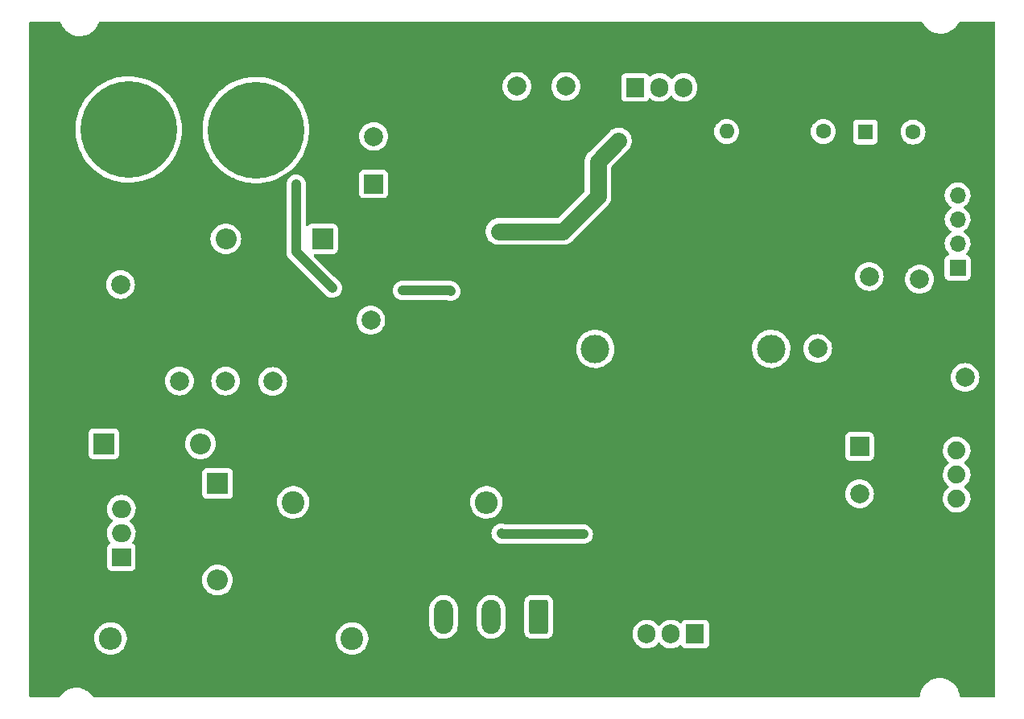
<source format=gbr>
%TF.GenerationSoftware,KiCad,Pcbnew,(6.0.1)*%
%TF.CreationDate,2022-03-30T23:18:15-05:00*%
%TF.ProjectId,system_voltages,73797374-656d-45f7-966f-6c7461676573,rev?*%
%TF.SameCoordinates,Original*%
%TF.FileFunction,Copper,L2,Bot*%
%TF.FilePolarity,Positive*%
%FSLAX46Y46*%
G04 Gerber Fmt 4.6, Leading zero omitted, Abs format (unit mm)*
G04 Created by KiCad (PCBNEW (6.0.1)) date 2022-03-30 23:18:15*
%MOMM*%
%LPD*%
G01*
G04 APERTURE LIST*
G04 Aperture macros list*
%AMRoundRect*
0 Rectangle with rounded corners*
0 $1 Rounding radius*
0 $2 $3 $4 $5 $6 $7 $8 $9 X,Y pos of 4 corners*
0 Add a 4 corners polygon primitive as box body*
4,1,4,$2,$3,$4,$5,$6,$7,$8,$9,$2,$3,0*
0 Add four circle primitives for the rounded corners*
1,1,$1+$1,$2,$3*
1,1,$1+$1,$4,$5*
1,1,$1+$1,$6,$7*
1,1,$1+$1,$8,$9*
0 Add four rect primitives between the rounded corners*
20,1,$1+$1,$2,$3,$4,$5,0*
20,1,$1+$1,$4,$5,$6,$7,0*
20,1,$1+$1,$6,$7,$8,$9,0*
20,1,$1+$1,$8,$9,$2,$3,0*%
G04 Aperture macros list end*
%TA.AperFunction,ComponentPad*%
%ADD10C,1.600000*%
%TD*%
%TA.AperFunction,ComponentPad*%
%ADD11O,1.600000X1.600000*%
%TD*%
%TA.AperFunction,ComponentPad*%
%ADD12C,1.879600*%
%TD*%
%TA.AperFunction,ComponentPad*%
%ADD13R,2.200000X2.200000*%
%TD*%
%TA.AperFunction,ComponentPad*%
%ADD14O,2.200000X2.200000*%
%TD*%
%TA.AperFunction,ComponentPad*%
%ADD15C,10.160000*%
%TD*%
%TA.AperFunction,ComponentPad*%
%ADD16C,3.000000*%
%TD*%
%TA.AperFunction,ComponentPad*%
%ADD17RoundRect,0.250000X0.750000X1.550000X-0.750000X1.550000X-0.750000X-1.550000X0.750000X-1.550000X0*%
%TD*%
%TA.AperFunction,ComponentPad*%
%ADD18O,2.000000X3.600000*%
%TD*%
%TA.AperFunction,ComponentPad*%
%ADD19C,2.000000*%
%TD*%
%TA.AperFunction,ComponentPad*%
%ADD20C,2.400000*%
%TD*%
%TA.AperFunction,ComponentPad*%
%ADD21O,2.400000X2.400000*%
%TD*%
%TA.AperFunction,ComponentPad*%
%ADD22R,1.600000X1.600000*%
%TD*%
%TA.AperFunction,ComponentPad*%
%ADD23R,2.000000X2.000000*%
%TD*%
%TA.AperFunction,ComponentPad*%
%ADD24R,1.700000X1.700000*%
%TD*%
%TA.AperFunction,ComponentPad*%
%ADD25O,1.700000X1.700000*%
%TD*%
%TA.AperFunction,ComponentPad*%
%ADD26R,2.000000X1.905000*%
%TD*%
%TA.AperFunction,ComponentPad*%
%ADD27O,2.000000X1.905000*%
%TD*%
%TA.AperFunction,ComponentPad*%
%ADD28R,1.905000X2.000000*%
%TD*%
%TA.AperFunction,ComponentPad*%
%ADD29O,1.905000X2.000000*%
%TD*%
%TA.AperFunction,ViaPad*%
%ADD30C,0.800000*%
%TD*%
%TA.AperFunction,Conductor*%
%ADD31C,1.016000*%
%TD*%
%TA.AperFunction,Conductor*%
%ADD32C,1.778000*%
%TD*%
G04 APERTURE END LIST*
D10*
%TO.P,R10,1*%
%TO.N,Net-(IC1-Pad2)*%
X136855200Y-95402400D03*
D11*
%TO.P,R10,2*%
%TO.N,GND*%
X126695200Y-95402400D03*
%TD*%
D12*
%TO.P,U5,1,VCC*%
%TO.N,Net-(R9-Pad2)*%
X150883899Y-128986200D03*
%TO.P,U5,2,N-C-/GND*%
%TO.N,unconnected-(U5-Pad2)*%
X150883899Y-131526200D03*
%TO.P,U5,3,OUT*%
%TO.N,/Batt_out*%
X150883899Y-134066200D03*
%TD*%
D13*
%TO.P,D2,1,K*%
%TO.N,Net-(C3-Pad1)*%
X73152000Y-132461000D03*
D14*
%TO.P,D2,2,A*%
%TO.N,Net-(C2-Pad1)*%
X73152000Y-142621000D03*
%TD*%
D15*
%TO.P,J1,1,Pin_1*%
%TO.N,/PV_input*%
X63804800Y-95199200D03*
%TD*%
D16*
%TO.P,L1,1,1*%
%TO.N,Net-(L1-Pad1)*%
X112873200Y-118287800D03*
%TO.P,L1,2,2*%
%TO.N,/E_storage*%
X131373200Y-118287800D03*
%TD*%
D17*
%TO.P,J3,1,Pin_1*%
%TO.N,Net-(C3-Pad1)*%
X106930200Y-146495900D03*
D18*
%TO.P,J3,2,Pin_2*%
%TO.N,GND*%
X101930200Y-146495900D03*
%TO.P,J3,3*%
%TO.N,N/C*%
X96930200Y-146495900D03*
%TD*%
D19*
%TO.P,J6,1,Pin_1*%
%TO.N,Net-(J6-Pad1)*%
X141681200Y-110667800D03*
%TD*%
D20*
%TO.P,R2,1*%
%TO.N,Net-(C2-Pad1)*%
X81102200Y-134442200D03*
D21*
%TO.P,R2,2*%
%TO.N,GND*%
X101422200Y-134442200D03*
%TD*%
D19*
%TO.P,J12,1,Pin_1*%
%TO.N,/GATE_DRIVER*%
X89255600Y-115265200D03*
%TD*%
D22*
%TO.P,C8,1*%
%TO.N,GND*%
X141285149Y-95453200D03*
D10*
%TO.P,C8,2*%
%TO.N,Net-(C8-Pad2)*%
X146285149Y-95453200D03*
%TD*%
D23*
%TO.P,C5,1*%
%TO.N,Net-(C5-Pad1)*%
X89560400Y-100919677D03*
D19*
%TO.P,C5,2*%
%TO.N,GND*%
X89560400Y-95919677D03*
%TD*%
%TO.P,J14,1,Pin_1*%
%TO.N,/PWM_1*%
X69138800Y-121666000D03*
%TD*%
D15*
%TO.P,J2,1,Pin_1*%
%TO.N,GND*%
X77165200Y-95250000D03*
%TD*%
D24*
%TO.P,J4,1,Pin_1*%
%TO.N,GND*%
X150977600Y-109743400D03*
D25*
%TO.P,J4,2,Pin_2*%
%TO.N,Net-(IC1-Pad6)*%
X150977600Y-107203400D03*
%TO.P,J4,3,Pin_3*%
%TO.N,Net-(IC1-Pad7)*%
X150977600Y-104663400D03*
%TO.P,J4,4,Pin_4*%
%TO.N,Net-(C8-Pad2)*%
X150977600Y-102123400D03*
%TD*%
D20*
%TO.P,R1,1*%
%TO.N,Net-(C3-Pad1)*%
X87299800Y-148767800D03*
D21*
%TO.P,R1,2*%
%TO.N,Net-(C2-Pad1)*%
X61899800Y-148767800D03*
%TD*%
D26*
%TO.P,U2,1,ADJ*%
%TO.N,Net-(C2-Pad1)*%
X63022600Y-140208000D03*
D27*
%TO.P,U2,2,VO*%
%TO.N,Net-(C3-Pad1)*%
X63022600Y-137668000D03*
%TO.P,U2,3,VI*%
%TO.N,/PV_input*%
X63022600Y-135128000D03*
%TD*%
D19*
%TO.P,J10,1,Pin_1*%
%TO.N,/E_storage*%
X136271000Y-118237000D03*
%TD*%
D23*
%TO.P,C7,1*%
%TO.N,/E_storage*%
X140665200Y-128543923D03*
D19*
%TO.P,C7,2*%
%TO.N,GND*%
X140665200Y-133543923D03*
%TD*%
%TO.P,J8,1,Pin_1*%
%TO.N,/MCU_5V*%
X104622600Y-90652600D03*
%TD*%
D28*
%TO.P,Q2,1,G*%
%TO.N,/GATE_DRIVER2*%
X123367800Y-148310600D03*
D29*
%TO.P,Q2,2,D*%
%TO.N,Net-(L1-Pad1)*%
X120827800Y-148310600D03*
%TO.P,Q2,3,S*%
%TO.N,GND*%
X118287800Y-148310600D03*
%TD*%
D19*
%TO.P,J5,1,Pin_1*%
%TO.N,Net-(J5-Pad1)*%
X109778800Y-90652600D03*
%TD*%
%TO.P,J16,1,Pin_1*%
%TO.N,/MCU_5V_2*%
X146964400Y-110947200D03*
%TD*%
D28*
%TO.P,Q1,1,G*%
%TO.N,/GATE_DRIVER*%
X117068600Y-90759400D03*
D29*
%TO.P,Q1,2,D*%
%TO.N,Net-(C5-Pad1)*%
X119608600Y-90759400D03*
%TO.P,Q1,3,S*%
%TO.N,Net-(L1-Pad1)*%
X122148600Y-90759400D03*
%TD*%
D19*
%TO.P,J15,1,Pin_1*%
%TO.N,/PWM_2*%
X73990200Y-121666000D03*
%TD*%
%TO.P,J13,1,Pin_1*%
%TO.N,/Batt_out*%
X151765000Y-121285000D03*
%TD*%
D13*
%TO.P,D1,1,K*%
%TO.N,/PV_input*%
X61188600Y-128270000D03*
D14*
%TO.P,D1,2,A*%
%TO.N,Net-(C3-Pad1)*%
X71348600Y-128270000D03*
%TD*%
D13*
%TO.P,D3,1,K*%
%TO.N,Net-(C6-Pad1)*%
X84175600Y-106705400D03*
D14*
%TO.P,D3,2,A*%
%TO.N,Net-(R4-Pad2)*%
X74015600Y-106705400D03*
%TD*%
D19*
%TO.P,J11,1,Pin_1*%
%TO.N,/GATE_DRIVER2*%
X78943200Y-121716800D03*
%TD*%
%TO.P,J7,1,Pin_1*%
%TO.N,Net-(C4-Pad1)*%
X62941200Y-111506000D03*
%TD*%
D30*
%TO.N,GND*%
X102971600Y-137693400D03*
X111607600Y-137795000D03*
X81407000Y-100965000D03*
X85217000Y-111887000D03*
%TO.N,Net-(C5-Pad1)*%
X115316000Y-96393000D03*
X102743000Y-105918000D03*
%TO.N,/GATE_DRIVER*%
X92612080Y-112141000D03*
X97663000Y-112217200D03*
%TD*%
D31*
%TO.N,GND*%
X111607600Y-137795000D02*
X103073200Y-137795000D01*
X103073200Y-137795000D02*
X102971600Y-137693400D01*
X85217000Y-111887000D02*
X81407000Y-108077000D01*
X81407000Y-108077000D02*
X81407000Y-100965000D01*
D32*
%TO.N,Net-(C5-Pad1)*%
X113157000Y-98552000D02*
X115316000Y-96393000D01*
X113157000Y-102235000D02*
X113157000Y-98552000D01*
X102743000Y-105918000D02*
X109474000Y-105918000D01*
X109474000Y-105918000D02*
X113157000Y-102235000D01*
D31*
%TO.N,/GATE_DRIVER*%
X92612080Y-112141000D02*
X97586800Y-112141000D01*
X97586800Y-112141000D02*
X97663000Y-112217200D01*
%TD*%
%TA.AperFunction,NonConductor*%
G36*
X56587420Y-83840002D02*
G01*
X56633913Y-83893658D01*
X56640833Y-83912752D01*
X56652729Y-83956236D01*
X56654413Y-83960184D01*
X56757734Y-84202414D01*
X56765523Y-84220676D01*
X56777293Y-84240342D01*
X56887941Y-84425221D01*
X56913161Y-84467361D01*
X57092913Y-84691728D01*
X57301451Y-84889623D01*
X57534917Y-85057386D01*
X57538712Y-85059395D01*
X57538713Y-85059396D01*
X57560469Y-85070915D01*
X57788992Y-85191912D01*
X58058973Y-85290711D01*
X58339864Y-85351955D01*
X58368441Y-85354204D01*
X58562882Y-85369507D01*
X58562891Y-85369507D01*
X58565339Y-85369700D01*
X58720871Y-85369700D01*
X58723007Y-85369554D01*
X58723018Y-85369554D01*
X58931148Y-85355365D01*
X58931154Y-85355364D01*
X58935425Y-85355073D01*
X58939620Y-85354204D01*
X58939622Y-85354204D01*
X59076184Y-85325923D01*
X59216942Y-85296774D01*
X59487943Y-85200807D01*
X59729821Y-85075965D01*
X59739605Y-85070915D01*
X59739606Y-85070915D01*
X59743412Y-85068950D01*
X59746913Y-85066489D01*
X59746917Y-85066487D01*
X59951308Y-84922838D01*
X59978623Y-84903641D01*
X60189222Y-84707940D01*
X60371313Y-84485468D01*
X60521527Y-84240342D01*
X60637083Y-83977098D01*
X60648413Y-83937323D01*
X60655775Y-83911480D01*
X60693674Y-83851446D01*
X60758015Y-83821432D01*
X60776954Y-83820000D01*
X147181555Y-83820000D01*
X147249676Y-83840002D01*
X147297452Y-83896565D01*
X147316523Y-83941276D01*
X147464161Y-84187961D01*
X147643913Y-84412328D01*
X147852451Y-84610223D01*
X148085917Y-84777986D01*
X148089712Y-84779995D01*
X148089713Y-84779996D01*
X148111469Y-84791515D01*
X148339992Y-84912512D01*
X148609973Y-85011311D01*
X148890864Y-85072555D01*
X148919441Y-85074804D01*
X149113882Y-85090107D01*
X149113891Y-85090107D01*
X149116339Y-85090300D01*
X149271871Y-85090300D01*
X149274007Y-85090154D01*
X149274018Y-85090154D01*
X149482148Y-85075965D01*
X149482154Y-85075964D01*
X149486425Y-85075673D01*
X149490620Y-85074804D01*
X149490622Y-85074804D01*
X149627183Y-85046524D01*
X149767942Y-85017374D01*
X150038943Y-84921407D01*
X150294412Y-84789550D01*
X150297913Y-84787089D01*
X150297917Y-84787087D01*
X150415254Y-84704621D01*
X150529623Y-84624241D01*
X150678960Y-84485468D01*
X150737079Y-84431461D01*
X150737081Y-84431458D01*
X150740222Y-84428540D01*
X150922313Y-84206068D01*
X150953700Y-84154849D01*
X151070291Y-83964592D01*
X151070295Y-83964584D01*
X151072527Y-83960942D01*
X151079086Y-83946000D01*
X151101319Y-83895354D01*
X151147015Y-83841018D01*
X151216692Y-83820000D01*
X154814000Y-83820000D01*
X154882121Y-83840002D01*
X154928614Y-83893658D01*
X154940000Y-83946000D01*
X154940000Y-154814000D01*
X154919998Y-154882121D01*
X154866342Y-154928614D01*
X154814000Y-154940000D01*
X151318507Y-154940000D01*
X151250386Y-154919998D01*
X151203893Y-154866342D01*
X151193585Y-154830446D01*
X151170292Y-154653522D01*
X151169732Y-154649266D01*
X151093871Y-154371964D01*
X151051781Y-154273285D01*
X150982763Y-154111476D01*
X150982761Y-154111472D01*
X150981077Y-154107524D01*
X150833439Y-153860839D01*
X150653687Y-153636472D01*
X150445149Y-153438577D01*
X150211683Y-153270814D01*
X150189843Y-153259250D01*
X150166654Y-153246972D01*
X149957608Y-153136288D01*
X149687627Y-153037489D01*
X149406736Y-152976245D01*
X149375685Y-152973801D01*
X149183718Y-152958693D01*
X149183709Y-152958693D01*
X149181261Y-152958500D01*
X149025729Y-152958500D01*
X149023593Y-152958646D01*
X149023582Y-152958646D01*
X148815452Y-152972835D01*
X148815446Y-152972836D01*
X148811175Y-152973127D01*
X148806980Y-152973996D01*
X148806978Y-152973996D01*
X148670416Y-153002277D01*
X148529658Y-153031426D01*
X148258657Y-153127393D01*
X148003188Y-153259250D01*
X147999687Y-153261711D01*
X147999683Y-153261713D01*
X147989594Y-153268804D01*
X147767977Y-153424559D01*
X147557378Y-153620260D01*
X147375287Y-153842732D01*
X147225073Y-154087858D01*
X147223347Y-154091791D01*
X147223346Y-154091792D01*
X147138620Y-154284804D01*
X147109517Y-154351102D01*
X147030756Y-154627594D01*
X147027066Y-154653522D01*
X147001700Y-154831753D01*
X146972299Y-154896376D01*
X146912628Y-154934845D01*
X146876957Y-154940000D01*
X60137672Y-154940000D01*
X60069551Y-154919998D01*
X60034069Y-154883360D01*
X60033089Y-154884041D01*
X60030644Y-154880523D01*
X60028439Y-154876839D01*
X59848687Y-154652472D01*
X59640149Y-154454577D01*
X59406683Y-154286814D01*
X59384843Y-154275250D01*
X59361654Y-154262972D01*
X59152608Y-154152288D01*
X58976545Y-154087858D01*
X58886658Y-154054964D01*
X58886656Y-154054963D01*
X58882627Y-154053489D01*
X58601736Y-153992245D01*
X58570685Y-153989801D01*
X58378718Y-153974693D01*
X58378709Y-153974693D01*
X58376261Y-153974500D01*
X58220729Y-153974500D01*
X58218593Y-153974646D01*
X58218582Y-153974646D01*
X58010452Y-153988835D01*
X58010446Y-153988836D01*
X58006175Y-153989127D01*
X58001980Y-153989996D01*
X58001978Y-153989996D01*
X57865416Y-154018277D01*
X57724658Y-154047426D01*
X57453657Y-154143393D01*
X57198188Y-154275250D01*
X57194687Y-154277711D01*
X57194683Y-154277713D01*
X57184594Y-154284804D01*
X56962977Y-154440559D01*
X56947892Y-154454577D01*
X56761704Y-154627594D01*
X56752378Y-154636260D01*
X56570287Y-154858732D01*
X56568048Y-154862386D01*
X56557355Y-154879835D01*
X56504707Y-154927466D01*
X56449922Y-154940000D01*
X53466000Y-154940000D01*
X53397879Y-154919998D01*
X53351386Y-154866342D01*
X53340000Y-154814000D01*
X53340000Y-148722951D01*
X60187096Y-148722951D01*
X60187320Y-148727617D01*
X60187320Y-148727622D01*
X60192264Y-148830544D01*
X60199280Y-148976598D01*
X60248821Y-149225657D01*
X60250400Y-149230055D01*
X60250402Y-149230062D01*
X60322284Y-149430270D01*
X60334631Y-149464658D01*
X60336848Y-149468784D01*
X60449931Y-149679242D01*
X60454825Y-149688351D01*
X60457620Y-149692094D01*
X60457622Y-149692097D01*
X60603971Y-149888082D01*
X60603976Y-149888088D01*
X60606763Y-149891820D01*
X60610072Y-149895100D01*
X60610077Y-149895106D01*
X60708659Y-149992831D01*
X60787107Y-150070597D01*
X60790869Y-150073355D01*
X60790872Y-150073358D01*
X60896564Y-150150854D01*
X60991894Y-150220753D01*
X60996029Y-150222929D01*
X60996033Y-150222931D01*
X61114089Y-150285043D01*
X61216627Y-150338991D01*
X61456368Y-150422712D01*
X61705850Y-150470078D01*
X61826332Y-150474811D01*
X61954925Y-150479864D01*
X61954930Y-150479864D01*
X61959593Y-150480047D01*
X62058574Y-150469207D01*
X62207369Y-150452912D01*
X62207375Y-150452911D01*
X62212022Y-150452402D01*
X62321480Y-150423584D01*
X62453073Y-150388938D01*
X62457593Y-150387748D01*
X62576153Y-150336811D01*
X62686607Y-150289357D01*
X62686610Y-150289355D01*
X62690910Y-150287508D01*
X62694890Y-150285045D01*
X62694894Y-150285043D01*
X62902864Y-150156347D01*
X62902866Y-150156345D01*
X62906847Y-150153882D01*
X63005228Y-150070597D01*
X63097089Y-149992831D01*
X63097091Y-149992829D01*
X63100662Y-149989806D01*
X63268095Y-149798884D01*
X63278577Y-149782589D01*
X63402941Y-149589242D01*
X63405469Y-149585312D01*
X63509767Y-149353780D01*
X63578696Y-149109375D01*
X63610743Y-148857467D01*
X63613091Y-148767800D01*
X63609758Y-148722951D01*
X85587096Y-148722951D01*
X85587320Y-148727617D01*
X85587320Y-148727622D01*
X85592264Y-148830544D01*
X85599280Y-148976598D01*
X85648821Y-149225657D01*
X85650400Y-149230055D01*
X85650402Y-149230062D01*
X85722284Y-149430270D01*
X85734631Y-149464658D01*
X85736848Y-149468784D01*
X85849931Y-149679242D01*
X85854825Y-149688351D01*
X85857620Y-149692094D01*
X85857622Y-149692097D01*
X86003971Y-149888082D01*
X86003976Y-149888088D01*
X86006763Y-149891820D01*
X86010072Y-149895100D01*
X86010077Y-149895106D01*
X86108659Y-149992831D01*
X86187107Y-150070597D01*
X86190869Y-150073355D01*
X86190872Y-150073358D01*
X86296564Y-150150854D01*
X86391894Y-150220753D01*
X86396029Y-150222929D01*
X86396033Y-150222931D01*
X86514089Y-150285043D01*
X86616627Y-150338991D01*
X86856368Y-150422712D01*
X87105850Y-150470078D01*
X87226332Y-150474811D01*
X87354925Y-150479864D01*
X87354930Y-150479864D01*
X87359593Y-150480047D01*
X87458574Y-150469207D01*
X87607369Y-150452912D01*
X87607375Y-150452911D01*
X87612022Y-150452402D01*
X87721480Y-150423584D01*
X87853073Y-150388938D01*
X87857593Y-150387748D01*
X87976153Y-150336811D01*
X88086607Y-150289357D01*
X88086610Y-150289355D01*
X88090910Y-150287508D01*
X88094890Y-150285045D01*
X88094894Y-150285043D01*
X88302864Y-150156347D01*
X88302866Y-150156345D01*
X88306847Y-150153882D01*
X88405228Y-150070597D01*
X88497089Y-149992831D01*
X88497091Y-149992829D01*
X88500662Y-149989806D01*
X88668095Y-149798884D01*
X88678577Y-149782589D01*
X88802941Y-149589242D01*
X88805469Y-149585312D01*
X88909767Y-149353780D01*
X88978696Y-149109375D01*
X89010743Y-148857467D01*
X89013091Y-148767800D01*
X89003919Y-148644378D01*
X88994618Y-148519211D01*
X88994617Y-148519203D01*
X88994272Y-148514559D01*
X88986046Y-148478202D01*
X88939259Y-148271439D01*
X88938228Y-148266882D01*
X88914654Y-148206261D01*
X88847884Y-148034562D01*
X88847883Y-148034560D01*
X88846191Y-148030209D01*
X88825230Y-147993535D01*
X88722502Y-147813797D01*
X88722500Y-147813795D01*
X88720183Y-147809740D01*
X88562971Y-147610317D01*
X88378009Y-147436323D01*
X88333425Y-147405394D01*
X88263523Y-147356901D01*
X95421700Y-147356901D01*
X95421902Y-147359409D01*
X95421902Y-147359414D01*
X95428348Y-147439522D01*
X95436260Y-147537865D01*
X95437466Y-147542773D01*
X95437466Y-147542776D01*
X95453270Y-147607117D01*
X95494163Y-147773606D01*
X95589012Y-147997056D01*
X95609890Y-148030209D01*
X95713796Y-148195208D01*
X95718367Y-148202467D01*
X95733692Y-148219850D01*
X95875550Y-148380758D01*
X95875553Y-148380761D01*
X95878898Y-148384555D01*
X95882806Y-148387765D01*
X95882807Y-148387766D01*
X96042832Y-148519211D01*
X96066478Y-148538634D01*
X96070846Y-148541176D01*
X96249585Y-148645205D01*
X96276278Y-148660741D01*
X96281001Y-148662554D01*
X96498178Y-148745920D01*
X96498182Y-148745921D01*
X96502902Y-148747733D01*
X96507852Y-148748767D01*
X96507855Y-148748768D01*
X96735569Y-148796340D01*
X96735573Y-148796340D01*
X96740520Y-148797374D01*
X96983017Y-148808386D01*
X96988037Y-148807805D01*
X96988041Y-148807805D01*
X97219129Y-148781067D01*
X97219133Y-148781066D01*
X97224156Y-148780485D01*
X97229020Y-148779109D01*
X97229023Y-148779108D01*
X97452869Y-148715766D01*
X97452868Y-148715766D01*
X97457732Y-148714390D01*
X97462308Y-148712256D01*
X97462314Y-148712254D01*
X97673154Y-148613938D01*
X97673158Y-148613936D01*
X97677736Y-148611801D01*
X97691340Y-148602556D01*
X97804839Y-148525421D01*
X97878507Y-148475356D01*
X98054881Y-148308568D01*
X98083268Y-148271439D01*
X98199247Y-148119746D01*
X98199250Y-148119742D01*
X98202320Y-148115726D01*
X98210994Y-148099550D01*
X98314639Y-147906252D01*
X98317031Y-147901791D01*
X98396062Y-147672269D01*
X98437379Y-147433064D01*
X98437859Y-147422504D01*
X98438636Y-147405394D01*
X98438636Y-147405375D01*
X98438700Y-147403975D01*
X98438700Y-147356901D01*
X100421700Y-147356901D01*
X100421902Y-147359409D01*
X100421902Y-147359414D01*
X100428348Y-147439522D01*
X100436260Y-147537865D01*
X100437466Y-147542773D01*
X100437466Y-147542776D01*
X100453270Y-147607117D01*
X100494163Y-147773606D01*
X100589012Y-147997056D01*
X100609890Y-148030209D01*
X100713796Y-148195208D01*
X100718367Y-148202467D01*
X100733692Y-148219850D01*
X100875550Y-148380758D01*
X100875553Y-148380761D01*
X100878898Y-148384555D01*
X100882806Y-148387765D01*
X100882807Y-148387766D01*
X101042832Y-148519211D01*
X101066478Y-148538634D01*
X101070846Y-148541176D01*
X101249585Y-148645205D01*
X101276278Y-148660741D01*
X101281001Y-148662554D01*
X101498178Y-148745920D01*
X101498182Y-148745921D01*
X101502902Y-148747733D01*
X101507852Y-148748767D01*
X101507855Y-148748768D01*
X101735569Y-148796340D01*
X101735573Y-148796340D01*
X101740520Y-148797374D01*
X101983017Y-148808386D01*
X101988037Y-148807805D01*
X101988041Y-148807805D01*
X102219129Y-148781067D01*
X102219133Y-148781066D01*
X102224156Y-148780485D01*
X102229020Y-148779109D01*
X102229023Y-148779108D01*
X102452869Y-148715766D01*
X102452868Y-148715766D01*
X102457732Y-148714390D01*
X102462308Y-148712256D01*
X102462314Y-148712254D01*
X102673154Y-148613938D01*
X102673158Y-148613936D01*
X102677736Y-148611801D01*
X102691340Y-148602556D01*
X102804839Y-148525421D01*
X102878507Y-148475356D01*
X103054881Y-148308568D01*
X103083268Y-148271439D01*
X103199247Y-148119746D01*
X103199250Y-148119742D01*
X103202320Y-148115726D01*
X103210994Y-148099550D01*
X103212737Y-148096300D01*
X105421700Y-148096300D01*
X105422037Y-148099546D01*
X105422037Y-148099550D01*
X105431203Y-148187885D01*
X105432674Y-148202066D01*
X105488650Y-148369846D01*
X105581722Y-148520248D01*
X105586904Y-148525421D01*
X105648651Y-148587061D01*
X105706897Y-148645205D01*
X105713127Y-148649045D01*
X105713128Y-148649046D01*
X105850290Y-148733594D01*
X105857462Y-148738015D01*
X105937205Y-148764464D01*
X106018811Y-148791532D01*
X106018813Y-148791532D01*
X106025339Y-148793697D01*
X106032175Y-148794397D01*
X106032178Y-148794398D01*
X106061226Y-148797374D01*
X106129800Y-148804400D01*
X107730600Y-148804400D01*
X107733846Y-148804063D01*
X107733850Y-148804063D01*
X107829508Y-148794138D01*
X107829512Y-148794137D01*
X107836366Y-148793426D01*
X107842902Y-148791245D01*
X107842904Y-148791245D01*
X107978758Y-148745920D01*
X108004146Y-148737450D01*
X108154548Y-148644378D01*
X108279505Y-148519203D01*
X108285175Y-148510005D01*
X108341270Y-148419002D01*
X116826800Y-148419002D01*
X116827012Y-148421575D01*
X116827012Y-148421586D01*
X116831433Y-148475356D01*
X116841478Y-148597537D01*
X116900006Y-148830544D01*
X116995803Y-149050863D01*
X117036566Y-149113873D01*
X117120555Y-149243699D01*
X117126298Y-149252577D01*
X117287986Y-149430270D01*
X117341170Y-149472272D01*
X117472470Y-149575967D01*
X117472475Y-149575970D01*
X117476524Y-149579168D01*
X117481040Y-149581661D01*
X117481043Y-149581663D01*
X117682326Y-149692777D01*
X117682330Y-149692779D01*
X117686850Y-149695274D01*
X117691719Y-149696998D01*
X117691723Y-149697000D01*
X117908440Y-149773744D01*
X117908444Y-149773745D01*
X117913315Y-149775470D01*
X117918408Y-149776377D01*
X117918411Y-149776378D01*
X118144748Y-149816695D01*
X118144754Y-149816696D01*
X118149837Y-149817601D01*
X118237200Y-149818668D01*
X118384893Y-149820473D01*
X118384895Y-149820473D01*
X118390063Y-149820536D01*
X118627544Y-149784196D01*
X118739797Y-149747506D01*
X118850983Y-149711166D01*
X118850989Y-149711163D01*
X118855901Y-149709558D01*
X118860487Y-149707171D01*
X118860491Y-149707169D01*
X119064407Y-149601016D01*
X119069000Y-149598625D01*
X119148793Y-149538715D01*
X119256985Y-149457482D01*
X119256988Y-149457480D01*
X119261120Y-149454377D01*
X119427101Y-149280688D01*
X119452335Y-149243697D01*
X119507244Y-149198696D01*
X119577768Y-149190525D01*
X119641516Y-149221779D01*
X119662211Y-149246260D01*
X119666298Y-149252577D01*
X119827986Y-149430270D01*
X119881170Y-149472272D01*
X120012470Y-149575967D01*
X120012475Y-149575970D01*
X120016524Y-149579168D01*
X120021040Y-149581661D01*
X120021043Y-149581663D01*
X120222326Y-149692777D01*
X120222330Y-149692779D01*
X120226850Y-149695274D01*
X120231719Y-149696998D01*
X120231723Y-149697000D01*
X120448440Y-149773744D01*
X120448444Y-149773745D01*
X120453315Y-149775470D01*
X120458408Y-149776377D01*
X120458411Y-149776378D01*
X120684748Y-149816695D01*
X120684754Y-149816696D01*
X120689837Y-149817601D01*
X120777200Y-149818668D01*
X120924893Y-149820473D01*
X120924895Y-149820473D01*
X120930063Y-149820536D01*
X121167544Y-149784196D01*
X121279797Y-149747506D01*
X121390983Y-149711166D01*
X121390989Y-149711163D01*
X121395901Y-149709558D01*
X121400487Y-149707171D01*
X121400491Y-149707169D01*
X121604407Y-149601016D01*
X121609000Y-149598625D01*
X121764083Y-149482185D01*
X121830565Y-149457280D01*
X121899961Y-149472272D01*
X121950235Y-149522402D01*
X121957715Y-149538715D01*
X121961531Y-149548893D01*
X121964685Y-149557305D01*
X122052039Y-149673861D01*
X122168595Y-149761215D01*
X122304984Y-149812345D01*
X122367166Y-149819100D01*
X124368434Y-149819100D01*
X124430616Y-149812345D01*
X124567005Y-149761215D01*
X124683561Y-149673861D01*
X124770915Y-149557305D01*
X124822045Y-149420916D01*
X124828800Y-149358734D01*
X124828800Y-147262466D01*
X124822045Y-147200284D01*
X124770915Y-147063895D01*
X124683561Y-146947339D01*
X124567005Y-146859985D01*
X124430616Y-146808855D01*
X124368434Y-146802100D01*
X122367166Y-146802100D01*
X122304984Y-146808855D01*
X122168595Y-146859985D01*
X122052039Y-146947339D01*
X121964685Y-147063895D01*
X121957227Y-147083789D01*
X121914587Y-147140553D01*
X121848026Y-147165254D01*
X121778677Y-147150047D01*
X121761153Y-147138442D01*
X121643130Y-147045233D01*
X121643125Y-147045230D01*
X121639076Y-147042032D01*
X121634560Y-147039539D01*
X121634557Y-147039537D01*
X121433274Y-146928423D01*
X121433270Y-146928421D01*
X121428750Y-146925926D01*
X121423881Y-146924202D01*
X121423877Y-146924200D01*
X121207160Y-146847456D01*
X121207156Y-146847455D01*
X121202285Y-146845730D01*
X121197192Y-146844823D01*
X121197189Y-146844822D01*
X120970852Y-146804505D01*
X120970846Y-146804504D01*
X120965763Y-146803599D01*
X120873274Y-146802469D01*
X120730707Y-146800727D01*
X120730705Y-146800727D01*
X120725537Y-146800664D01*
X120488056Y-146837004D01*
X120375803Y-146873694D01*
X120264617Y-146910034D01*
X120264611Y-146910037D01*
X120259699Y-146911642D01*
X120255113Y-146914029D01*
X120255109Y-146914031D01*
X120051193Y-147020184D01*
X120046600Y-147022575D01*
X120042457Y-147025685D01*
X120042458Y-147025685D01*
X119939125Y-147103270D01*
X119854480Y-147166823D01*
X119688499Y-147340512D01*
X119663265Y-147377503D01*
X119608356Y-147422504D01*
X119537832Y-147430675D01*
X119474084Y-147399421D01*
X119453389Y-147374940D01*
X119452111Y-147372965D01*
X119449302Y-147368623D01*
X119287614Y-147190930D01*
X119174815Y-147101847D01*
X119103130Y-147045233D01*
X119103125Y-147045230D01*
X119099076Y-147042032D01*
X119094560Y-147039539D01*
X119094557Y-147039537D01*
X118893274Y-146928423D01*
X118893270Y-146928421D01*
X118888750Y-146925926D01*
X118883881Y-146924202D01*
X118883877Y-146924200D01*
X118667160Y-146847456D01*
X118667156Y-146847455D01*
X118662285Y-146845730D01*
X118657192Y-146844823D01*
X118657189Y-146844822D01*
X118430852Y-146804505D01*
X118430846Y-146804504D01*
X118425763Y-146803599D01*
X118333274Y-146802469D01*
X118190707Y-146800727D01*
X118190705Y-146800727D01*
X118185537Y-146800664D01*
X117948056Y-146837004D01*
X117835803Y-146873694D01*
X117724617Y-146910034D01*
X117724611Y-146910037D01*
X117719699Y-146911642D01*
X117715113Y-146914029D01*
X117715109Y-146914031D01*
X117511193Y-147020184D01*
X117506600Y-147022575D01*
X117502457Y-147025685D01*
X117502458Y-147025685D01*
X117399125Y-147103270D01*
X117314480Y-147166823D01*
X117148499Y-147340512D01*
X117137319Y-147356901D01*
X117016397Y-147534166D01*
X117013114Y-147538978D01*
X117010940Y-147543661D01*
X117010938Y-147543665D01*
X116914142Y-147752195D01*
X116911963Y-147756890D01*
X116847760Y-147988398D01*
X116847211Y-147993535D01*
X116834153Y-148115726D01*
X116826800Y-148184528D01*
X116826800Y-148419002D01*
X108341270Y-148419002D01*
X108368475Y-148374868D01*
X108368476Y-148374866D01*
X108372315Y-148368638D01*
X108420234Y-148224165D01*
X108425832Y-148207289D01*
X108425832Y-148207287D01*
X108427997Y-148200761D01*
X108429317Y-148187885D01*
X108436298Y-148119746D01*
X108438700Y-148096300D01*
X108438700Y-144895500D01*
X108437147Y-144880533D01*
X108428438Y-144796592D01*
X108428437Y-144796588D01*
X108427726Y-144789734D01*
X108371750Y-144621954D01*
X108278678Y-144471552D01*
X108257714Y-144450624D01*
X108158683Y-144351766D01*
X108153503Y-144346595D01*
X108041265Y-144277410D01*
X108009168Y-144257625D01*
X108009166Y-144257624D01*
X108002938Y-144253785D01*
X107885995Y-144214997D01*
X107841589Y-144200268D01*
X107841587Y-144200268D01*
X107835061Y-144198103D01*
X107828225Y-144197403D01*
X107828222Y-144197402D01*
X107785169Y-144192991D01*
X107730600Y-144187400D01*
X106129800Y-144187400D01*
X106126554Y-144187737D01*
X106126550Y-144187737D01*
X106030892Y-144197662D01*
X106030888Y-144197663D01*
X106024034Y-144198374D01*
X106017498Y-144200555D01*
X106017496Y-144200555D01*
X105916992Y-144234086D01*
X105856254Y-144254350D01*
X105705852Y-144347422D01*
X105580895Y-144472597D01*
X105577055Y-144478827D01*
X105577054Y-144478828D01*
X105499876Y-144604034D01*
X105488085Y-144623162D01*
X105432403Y-144791039D01*
X105421700Y-144895500D01*
X105421700Y-148096300D01*
X103212737Y-148096300D01*
X103314639Y-147906252D01*
X103317031Y-147901791D01*
X103396062Y-147672269D01*
X103437379Y-147433064D01*
X103437859Y-147422504D01*
X103438636Y-147405394D01*
X103438636Y-147405375D01*
X103438700Y-147403975D01*
X103438700Y-145634899D01*
X103438498Y-145632386D01*
X103424546Y-145458976D01*
X103424545Y-145458971D01*
X103424140Y-145453935D01*
X103366237Y-145218194D01*
X103271388Y-144994744D01*
X103208890Y-144895500D01*
X103144728Y-144793612D01*
X103144726Y-144793609D01*
X103142033Y-144789333D01*
X103101833Y-144743734D01*
X102984850Y-144611042D01*
X102984847Y-144611039D01*
X102981502Y-144607245D01*
X102875193Y-144519922D01*
X102797828Y-144456374D01*
X102797825Y-144456372D01*
X102793922Y-144453166D01*
X102619700Y-144351766D01*
X102588490Y-144333601D01*
X102588488Y-144333600D01*
X102584122Y-144331059D01*
X102449925Y-144279546D01*
X102362222Y-144245880D01*
X102362218Y-144245879D01*
X102357498Y-144244067D01*
X102352548Y-144243033D01*
X102352545Y-144243032D01*
X102124831Y-144195460D01*
X102124827Y-144195460D01*
X102119880Y-144194426D01*
X101877383Y-144183414D01*
X101872363Y-144183995D01*
X101872359Y-144183995D01*
X101641271Y-144210733D01*
X101641267Y-144210734D01*
X101636244Y-144211315D01*
X101631380Y-144212691D01*
X101631377Y-144212692D01*
X101554401Y-144234474D01*
X101402668Y-144277410D01*
X101398092Y-144279544D01*
X101398086Y-144279546D01*
X101187246Y-144377862D01*
X101187242Y-144377864D01*
X101182664Y-144379999D01*
X100981893Y-144516444D01*
X100805519Y-144683232D01*
X100802441Y-144687258D01*
X100802440Y-144687259D01*
X100661153Y-144872054D01*
X100661150Y-144872058D01*
X100658080Y-144876074D01*
X100655690Y-144880532D01*
X100655689Y-144880533D01*
X100649379Y-144892302D01*
X100543369Y-145090009D01*
X100464338Y-145319531D01*
X100423021Y-145558736D01*
X100421700Y-145587825D01*
X100421700Y-147356901D01*
X98438700Y-147356901D01*
X98438700Y-145634899D01*
X98438498Y-145632386D01*
X98424546Y-145458976D01*
X98424545Y-145458971D01*
X98424140Y-145453935D01*
X98366237Y-145218194D01*
X98271388Y-144994744D01*
X98208890Y-144895500D01*
X98144728Y-144793612D01*
X98144726Y-144793609D01*
X98142033Y-144789333D01*
X98101833Y-144743734D01*
X97984850Y-144611042D01*
X97984847Y-144611039D01*
X97981502Y-144607245D01*
X97875193Y-144519922D01*
X97797828Y-144456374D01*
X97797825Y-144456372D01*
X97793922Y-144453166D01*
X97619700Y-144351766D01*
X97588490Y-144333601D01*
X97588488Y-144333600D01*
X97584122Y-144331059D01*
X97449925Y-144279546D01*
X97362222Y-144245880D01*
X97362218Y-144245879D01*
X97357498Y-144244067D01*
X97352548Y-144243033D01*
X97352545Y-144243032D01*
X97124831Y-144195460D01*
X97124827Y-144195460D01*
X97119880Y-144194426D01*
X96877383Y-144183414D01*
X96872363Y-144183995D01*
X96872359Y-144183995D01*
X96641271Y-144210733D01*
X96641267Y-144210734D01*
X96636244Y-144211315D01*
X96631380Y-144212691D01*
X96631377Y-144212692D01*
X96554401Y-144234474D01*
X96402668Y-144277410D01*
X96398092Y-144279544D01*
X96398086Y-144279546D01*
X96187246Y-144377862D01*
X96187242Y-144377864D01*
X96182664Y-144379999D01*
X95981893Y-144516444D01*
X95805519Y-144683232D01*
X95802441Y-144687258D01*
X95802440Y-144687259D01*
X95661153Y-144872054D01*
X95661150Y-144872058D01*
X95658080Y-144876074D01*
X95655690Y-144880532D01*
X95655689Y-144880533D01*
X95649379Y-144892302D01*
X95543369Y-145090009D01*
X95464338Y-145319531D01*
X95423021Y-145558736D01*
X95421700Y-145587825D01*
X95421700Y-147356901D01*
X88263523Y-147356901D01*
X88173193Y-147294237D01*
X88173190Y-147294235D01*
X88169361Y-147291579D01*
X88165184Y-147289519D01*
X88165177Y-147289515D01*
X87945796Y-147181328D01*
X87945792Y-147181327D01*
X87941610Y-147179264D01*
X87699760Y-147101847D01*
X87695155Y-147101097D01*
X87453735Y-147061780D01*
X87453734Y-147061780D01*
X87449123Y-147061029D01*
X87322164Y-147059367D01*
X87199883Y-147057766D01*
X87199880Y-147057766D01*
X87195206Y-147057705D01*
X86943587Y-147091949D01*
X86699793Y-147163008D01*
X86695540Y-147164968D01*
X86695539Y-147164969D01*
X86683409Y-147170561D01*
X86469180Y-147269322D01*
X86465271Y-147271885D01*
X86260728Y-147405989D01*
X86260723Y-147405993D01*
X86256815Y-147408555D01*
X86162088Y-147493102D01*
X86116080Y-147534166D01*
X86067362Y-147577648D01*
X85904983Y-147772887D01*
X85773247Y-147989982D01*
X85771438Y-147994296D01*
X85771437Y-147994298D01*
X85682123Y-148207289D01*
X85675046Y-148224165D01*
X85612538Y-148470290D01*
X85587096Y-148722951D01*
X63609758Y-148722951D01*
X63603919Y-148644378D01*
X63594618Y-148519211D01*
X63594617Y-148519203D01*
X63594272Y-148514559D01*
X63586046Y-148478202D01*
X63539259Y-148271439D01*
X63538228Y-148266882D01*
X63514654Y-148206261D01*
X63447884Y-148034562D01*
X63447883Y-148034560D01*
X63446191Y-148030209D01*
X63425230Y-147993535D01*
X63322502Y-147813797D01*
X63322500Y-147813795D01*
X63320183Y-147809740D01*
X63162971Y-147610317D01*
X62978009Y-147436323D01*
X62933425Y-147405394D01*
X62773193Y-147294237D01*
X62773190Y-147294235D01*
X62769361Y-147291579D01*
X62765184Y-147289519D01*
X62765177Y-147289515D01*
X62545796Y-147181328D01*
X62545792Y-147181327D01*
X62541610Y-147179264D01*
X62299760Y-147101847D01*
X62295155Y-147101097D01*
X62053735Y-147061780D01*
X62053734Y-147061780D01*
X62049123Y-147061029D01*
X61922164Y-147059367D01*
X61799883Y-147057766D01*
X61799880Y-147057766D01*
X61795206Y-147057705D01*
X61543587Y-147091949D01*
X61299793Y-147163008D01*
X61295540Y-147164968D01*
X61295539Y-147164969D01*
X61283409Y-147170561D01*
X61069180Y-147269322D01*
X61065271Y-147271885D01*
X60860728Y-147405989D01*
X60860723Y-147405993D01*
X60856815Y-147408555D01*
X60762088Y-147493102D01*
X60716080Y-147534166D01*
X60667362Y-147577648D01*
X60504983Y-147772887D01*
X60373247Y-147989982D01*
X60371438Y-147994296D01*
X60371437Y-147994298D01*
X60282123Y-148207289D01*
X60275046Y-148224165D01*
X60212538Y-148470290D01*
X60187096Y-148722951D01*
X53340000Y-148722951D01*
X53340000Y-142621000D01*
X71538526Y-142621000D01*
X71558391Y-142873403D01*
X71617495Y-143119591D01*
X71714384Y-143353502D01*
X71846672Y-143569376D01*
X72011102Y-143761898D01*
X72203624Y-143926328D01*
X72419498Y-144058616D01*
X72424068Y-144060509D01*
X72424072Y-144060511D01*
X72648836Y-144153611D01*
X72653409Y-144155505D01*
X72738032Y-144175821D01*
X72894784Y-144213454D01*
X72894790Y-144213455D01*
X72899597Y-144214609D01*
X73152000Y-144234474D01*
X73404403Y-144214609D01*
X73409210Y-144213455D01*
X73409216Y-144213454D01*
X73565968Y-144175821D01*
X73650591Y-144155505D01*
X73655164Y-144153611D01*
X73879928Y-144060511D01*
X73879932Y-144060509D01*
X73884502Y-144058616D01*
X74100376Y-143926328D01*
X74292898Y-143761898D01*
X74457328Y-143569376D01*
X74589616Y-143353502D01*
X74686505Y-143119591D01*
X74745609Y-142873403D01*
X74765474Y-142621000D01*
X74745609Y-142368597D01*
X74686505Y-142122409D01*
X74589616Y-141888498D01*
X74457328Y-141672624D01*
X74292898Y-141480102D01*
X74100376Y-141315672D01*
X73884502Y-141183384D01*
X73879932Y-141181491D01*
X73879928Y-141181489D01*
X73655164Y-141088389D01*
X73655162Y-141088388D01*
X73650591Y-141086495D01*
X73565968Y-141066179D01*
X73409216Y-141028546D01*
X73409210Y-141028545D01*
X73404403Y-141027391D01*
X73152000Y-141007526D01*
X72899597Y-141027391D01*
X72894790Y-141028545D01*
X72894784Y-141028546D01*
X72738032Y-141066179D01*
X72653409Y-141086495D01*
X72648838Y-141088388D01*
X72648836Y-141088389D01*
X72424072Y-141181489D01*
X72424068Y-141181491D01*
X72419498Y-141183384D01*
X72203624Y-141315672D01*
X72011102Y-141480102D01*
X71846672Y-141672624D01*
X71714384Y-141888498D01*
X71617495Y-142122409D01*
X71558391Y-142368597D01*
X71538526Y-142621000D01*
X53340000Y-142621000D01*
X53340000Y-137770263D01*
X61512664Y-137770263D01*
X61549004Y-138007744D01*
X61568309Y-138066808D01*
X61622034Y-138231183D01*
X61622037Y-138231189D01*
X61623642Y-138236101D01*
X61626029Y-138240687D01*
X61626031Y-138240691D01*
X61630723Y-138249704D01*
X61734575Y-138449200D01*
X61851015Y-138604283D01*
X61875920Y-138670765D01*
X61860928Y-138740161D01*
X61810798Y-138790435D01*
X61794485Y-138797915D01*
X61784307Y-138801731D01*
X61784304Y-138801733D01*
X61775895Y-138804885D01*
X61659339Y-138892239D01*
X61571985Y-139008795D01*
X61520855Y-139145184D01*
X61514100Y-139207366D01*
X61514100Y-141208634D01*
X61520855Y-141270816D01*
X61571985Y-141407205D01*
X61659339Y-141523761D01*
X61775895Y-141611115D01*
X61912284Y-141662245D01*
X61974466Y-141669000D01*
X64070734Y-141669000D01*
X64132916Y-141662245D01*
X64269305Y-141611115D01*
X64385861Y-141523761D01*
X64473215Y-141407205D01*
X64524345Y-141270816D01*
X64531100Y-141208634D01*
X64531100Y-139207366D01*
X64524345Y-139145184D01*
X64473215Y-139008795D01*
X64385861Y-138892239D01*
X64269305Y-138804885D01*
X64249411Y-138797427D01*
X64192647Y-138754787D01*
X64167946Y-138688226D01*
X64183153Y-138618877D01*
X64194758Y-138601353D01*
X64287967Y-138483330D01*
X64287970Y-138483325D01*
X64291168Y-138479276D01*
X64293770Y-138474564D01*
X64404777Y-138273474D01*
X64404779Y-138273470D01*
X64407274Y-138268950D01*
X64414090Y-138249704D01*
X64485744Y-138047360D01*
X64485745Y-138047356D01*
X64487470Y-138042485D01*
X64492783Y-138012659D01*
X64528695Y-137811052D01*
X64528696Y-137811046D01*
X64529601Y-137805963D01*
X64531107Y-137682704D01*
X101950238Y-137682704D01*
X101967612Y-137881292D01*
X101969331Y-137887209D01*
X101969332Y-137887214D01*
X102003922Y-138006270D01*
X102023228Y-138072722D01*
X102114966Y-138249704D01*
X102212368Y-138371716D01*
X102310385Y-138469733D01*
X102319486Y-138479875D01*
X102343425Y-138509649D01*
X102382202Y-138542187D01*
X102385829Y-138545351D01*
X102387698Y-138547046D01*
X102389892Y-138549240D01*
X102423458Y-138576812D01*
X102424255Y-138577474D01*
X102496133Y-138637786D01*
X102500839Y-138640373D01*
X102504989Y-138643782D01*
X102510413Y-138646690D01*
X102510423Y-138646697D01*
X102587568Y-138688061D01*
X102588728Y-138688690D01*
X102670821Y-138733821D01*
X102675941Y-138735445D01*
X102680674Y-138737983D01*
X102759916Y-138762210D01*
X102770193Y-138765352D01*
X102771452Y-138765744D01*
X102854961Y-138792235D01*
X102854965Y-138792236D01*
X102860835Y-138794098D01*
X102866173Y-138794697D01*
X102871309Y-138796267D01*
X102877439Y-138796890D01*
X102877441Y-138796890D01*
X102904937Y-138799683D01*
X102964568Y-138805739D01*
X102965708Y-138805861D01*
X103015984Y-138811500D01*
X103019490Y-138811500D01*
X103020616Y-138811563D01*
X103026310Y-138812011D01*
X103063505Y-138815789D01*
X103063511Y-138815789D01*
X103069635Y-138816411D01*
X103115677Y-138812059D01*
X103127534Y-138811500D01*
X111657757Y-138811500D01*
X111660813Y-138811200D01*
X111660820Y-138811200D01*
X111725221Y-138804885D01*
X111805994Y-138796965D01*
X111811893Y-138795184D01*
X111811898Y-138795183D01*
X111990933Y-138741129D01*
X111996832Y-138739348D01*
X112093289Y-138688061D01*
X112167402Y-138648655D01*
X112167405Y-138648653D01*
X112172844Y-138645761D01*
X112177614Y-138641871D01*
X112177618Y-138641868D01*
X112322551Y-138523663D01*
X112322554Y-138523660D01*
X112327326Y-138519768D01*
X112454394Y-138366170D01*
X112549208Y-138190815D01*
X112608156Y-138000385D01*
X112621319Y-137875150D01*
X112628349Y-137808260D01*
X112628349Y-137808258D01*
X112628993Y-137802131D01*
X112610926Y-137603605D01*
X112601303Y-137570907D01*
X112556384Y-137418289D01*
X112554642Y-137412370D01*
X112462286Y-137235709D01*
X112337375Y-137080351D01*
X112184667Y-136952214D01*
X112009979Y-136856179D01*
X112004112Y-136854318D01*
X112004110Y-136854317D01*
X111825842Y-136797766D01*
X111825839Y-136797765D01*
X111819965Y-136795902D01*
X111664816Y-136778500D01*
X103448149Y-136778500D01*
X103388608Y-136763544D01*
X103369559Y-136753330D01*
X103369558Y-136753330D01*
X103364126Y-136750417D01*
X103255244Y-136717128D01*
X103179389Y-136693936D01*
X103179387Y-136693936D01*
X103173491Y-136692133D01*
X103144888Y-136689228D01*
X102981293Y-136672610D01*
X102981288Y-136672610D01*
X102975165Y-136671988D01*
X102776704Y-136690748D01*
X102585666Y-136747699D01*
X102580218Y-136750571D01*
X102580214Y-136750573D01*
X102526501Y-136778893D01*
X102409329Y-136840671D01*
X102404543Y-136844547D01*
X102404541Y-136844548D01*
X102346693Y-136891393D01*
X102254408Y-136966124D01*
X102126805Y-137119278D01*
X102031380Y-137294300D01*
X101971767Y-137484524D01*
X101971102Y-137490647D01*
X101971101Y-137490651D01*
X101950903Y-137676579D01*
X101950238Y-137682704D01*
X64531107Y-137682704D01*
X64532536Y-137565737D01*
X64496196Y-137328256D01*
X64426346Y-137114547D01*
X64423166Y-137104817D01*
X64423163Y-137104811D01*
X64421558Y-137099899D01*
X64349900Y-136962245D01*
X64313016Y-136891393D01*
X64310625Y-136886800D01*
X64206185Y-136747699D01*
X64169482Y-136698815D01*
X64169480Y-136698812D01*
X64166377Y-136694680D01*
X63992688Y-136528699D01*
X63955697Y-136503465D01*
X63910696Y-136448556D01*
X63902525Y-136378032D01*
X63933779Y-136314284D01*
X63958260Y-136293589D01*
X63960235Y-136292311D01*
X63964577Y-136289502D01*
X64142270Y-136127814D01*
X64232636Y-136013391D01*
X64287967Y-135943330D01*
X64287970Y-135943325D01*
X64291168Y-135939276D01*
X64305485Y-135913342D01*
X64404777Y-135733474D01*
X64404779Y-135733470D01*
X64407274Y-135728950D01*
X64430202Y-135664206D01*
X64485744Y-135507360D01*
X64485745Y-135507356D01*
X64487470Y-135502485D01*
X64488378Y-135497389D01*
X64528695Y-135271052D01*
X64528696Y-135271046D01*
X64529601Y-135265963D01*
X64531101Y-135143184D01*
X64532473Y-135030907D01*
X64532473Y-135030905D01*
X64532536Y-135025737D01*
X64496196Y-134788256D01*
X64451334Y-134650998D01*
X64423166Y-134564817D01*
X64423163Y-134564811D01*
X64421558Y-134559899D01*
X64408596Y-134534998D01*
X64336941Y-134397351D01*
X79389496Y-134397351D01*
X79389720Y-134402017D01*
X79389720Y-134402022D01*
X79391405Y-134437098D01*
X79401680Y-134650998D01*
X79415693Y-134721444D01*
X79450028Y-134894058D01*
X79451221Y-134900057D01*
X79452800Y-134904455D01*
X79452802Y-134904462D01*
X79525815Y-135107819D01*
X79537031Y-135139058D01*
X79539248Y-135143184D01*
X79607954Y-135271052D01*
X79657225Y-135362751D01*
X79660020Y-135366494D01*
X79660022Y-135366497D01*
X79806371Y-135562482D01*
X79806376Y-135562488D01*
X79809163Y-135566220D01*
X79812472Y-135569500D01*
X79812477Y-135569506D01*
X79973319Y-135728950D01*
X79989507Y-135744997D01*
X79993269Y-135747755D01*
X79993272Y-135747758D01*
X80098964Y-135825254D01*
X80194294Y-135895153D01*
X80198429Y-135897329D01*
X80198433Y-135897331D01*
X80278158Y-135939276D01*
X80419027Y-136013391D01*
X80658768Y-136097112D01*
X80908250Y-136144478D01*
X81028732Y-136149211D01*
X81157325Y-136154264D01*
X81157330Y-136154264D01*
X81161993Y-136154447D01*
X81260974Y-136143607D01*
X81409769Y-136127312D01*
X81409775Y-136127311D01*
X81414422Y-136126802D01*
X81523880Y-136097984D01*
X81655473Y-136063338D01*
X81659993Y-136062148D01*
X81778553Y-136011211D01*
X81889007Y-135963757D01*
X81889010Y-135963755D01*
X81893310Y-135961908D01*
X81897290Y-135959445D01*
X81897294Y-135959443D01*
X82105264Y-135830747D01*
X82105266Y-135830745D01*
X82109247Y-135828282D01*
X82207628Y-135744997D01*
X82299489Y-135667231D01*
X82299491Y-135667229D01*
X82303062Y-135664206D01*
X82470495Y-135473284D01*
X82474059Y-135467744D01*
X82605341Y-135263642D01*
X82607869Y-135259712D01*
X82712167Y-135028180D01*
X82781096Y-134783775D01*
X82803186Y-134610136D01*
X82812745Y-134534998D01*
X82812745Y-134534992D01*
X82813143Y-134531867D01*
X82815491Y-134442200D01*
X82812158Y-134397351D01*
X99709496Y-134397351D01*
X99709720Y-134402017D01*
X99709720Y-134402022D01*
X99711405Y-134437098D01*
X99721680Y-134650998D01*
X99735693Y-134721444D01*
X99770028Y-134894058D01*
X99771221Y-134900057D01*
X99772800Y-134904455D01*
X99772802Y-134904462D01*
X99845815Y-135107819D01*
X99857031Y-135139058D01*
X99859248Y-135143184D01*
X99927954Y-135271052D01*
X99977225Y-135362751D01*
X99980020Y-135366494D01*
X99980022Y-135366497D01*
X100126371Y-135562482D01*
X100126376Y-135562488D01*
X100129163Y-135566220D01*
X100132472Y-135569500D01*
X100132477Y-135569506D01*
X100293319Y-135728950D01*
X100309507Y-135744997D01*
X100313269Y-135747755D01*
X100313272Y-135747758D01*
X100418964Y-135825254D01*
X100514294Y-135895153D01*
X100518429Y-135897329D01*
X100518433Y-135897331D01*
X100598158Y-135939276D01*
X100739027Y-136013391D01*
X100978768Y-136097112D01*
X101228250Y-136144478D01*
X101348732Y-136149211D01*
X101477325Y-136154264D01*
X101477330Y-136154264D01*
X101481993Y-136154447D01*
X101580974Y-136143607D01*
X101729769Y-136127312D01*
X101729775Y-136127311D01*
X101734422Y-136126802D01*
X101843880Y-136097984D01*
X101975473Y-136063338D01*
X101979993Y-136062148D01*
X102098553Y-136011211D01*
X102209007Y-135963757D01*
X102209010Y-135963755D01*
X102213310Y-135961908D01*
X102217290Y-135959445D01*
X102217294Y-135959443D01*
X102425264Y-135830747D01*
X102425266Y-135830745D01*
X102429247Y-135828282D01*
X102527628Y-135744997D01*
X102619489Y-135667231D01*
X102619491Y-135667229D01*
X102623062Y-135664206D01*
X102790495Y-135473284D01*
X102794059Y-135467744D01*
X102925341Y-135263642D01*
X102927869Y-135259712D01*
X103032167Y-135028180D01*
X103101096Y-134783775D01*
X103123186Y-134610136D01*
X103132745Y-134534998D01*
X103132745Y-134534992D01*
X103133143Y-134531867D01*
X103135491Y-134442200D01*
X103128094Y-134342658D01*
X103117018Y-134193611D01*
X103117017Y-134193607D01*
X103116672Y-134188959D01*
X103108916Y-134154680D01*
X103061659Y-133945839D01*
X103060628Y-133941282D01*
X103058935Y-133936928D01*
X102970284Y-133708962D01*
X102970283Y-133708960D01*
X102968591Y-133704609D01*
X102959865Y-133689342D01*
X102876752Y-133543923D01*
X139152035Y-133543923D01*
X139170665Y-133780634D01*
X139171819Y-133785441D01*
X139171820Y-133785447D01*
X139187591Y-133851138D01*
X139226095Y-134011517D01*
X139227988Y-134016088D01*
X139227989Y-134016090D01*
X139285395Y-134154680D01*
X139316960Y-134230886D01*
X139319546Y-134235106D01*
X139438441Y-134429125D01*
X139438445Y-134429131D01*
X139441024Y-134433339D01*
X139595231Y-134613892D01*
X139775784Y-134768099D01*
X139779992Y-134770678D01*
X139779998Y-134770682D01*
X139974017Y-134889577D01*
X139978237Y-134892163D01*
X139982807Y-134894056D01*
X139982811Y-134894058D01*
X140193033Y-134981134D01*
X140197606Y-134983028D01*
X140277809Y-135002283D01*
X140423676Y-135037303D01*
X140423682Y-135037304D01*
X140428489Y-135038458D01*
X140665200Y-135057088D01*
X140901911Y-135038458D01*
X140906718Y-135037304D01*
X140906724Y-135037303D01*
X141052591Y-135002283D01*
X141132794Y-134983028D01*
X141137367Y-134981134D01*
X141347589Y-134894058D01*
X141347593Y-134894056D01*
X141352163Y-134892163D01*
X141356383Y-134889577D01*
X141550402Y-134770682D01*
X141550408Y-134770678D01*
X141554616Y-134768099D01*
X141735169Y-134613892D01*
X141889376Y-134433339D01*
X141891955Y-134429131D01*
X141891959Y-134429125D01*
X142010854Y-134235106D01*
X142013440Y-134230886D01*
X142045006Y-134154680D01*
X142096362Y-134030694D01*
X149431069Y-134030694D01*
X149431366Y-134035846D01*
X149431366Y-134035850D01*
X149437380Y-134140151D01*
X149444778Y-134268455D01*
X149445915Y-134273501D01*
X149445916Y-134273507D01*
X149472777Y-134392697D01*
X149497136Y-134500785D01*
X149499078Y-134505567D01*
X149499079Y-134505571D01*
X149543064Y-134613892D01*
X149586736Y-134721444D01*
X149711173Y-134924506D01*
X149867103Y-135104517D01*
X150050341Y-135256644D01*
X150054793Y-135259246D01*
X150054798Y-135259249D01*
X150153232Y-135316769D01*
X150255964Y-135376801D01*
X150478451Y-135461760D01*
X150483517Y-135462791D01*
X150483518Y-135462791D01*
X150507863Y-135467744D01*
X150711827Y-135509241D01*
X150846020Y-135514162D01*
X150944659Y-135517779D01*
X150944663Y-135517779D01*
X150949823Y-135517968D01*
X150954943Y-135517312D01*
X150954945Y-135517312D01*
X151180922Y-135488364D01*
X151180923Y-135488364D01*
X151186050Y-135487707D01*
X151234124Y-135473284D01*
X151409215Y-135420754D01*
X151409216Y-135420753D01*
X151414161Y-135419270D01*
X151628032Y-135314495D01*
X151632235Y-135311497D01*
X151632240Y-135311494D01*
X151817715Y-135179196D01*
X151817717Y-135179194D01*
X151821919Y-135176197D01*
X151990615Y-135008089D01*
X152007244Y-134984948D01*
X152065078Y-134904462D01*
X152129589Y-134814686D01*
X152144867Y-134783775D01*
X152232816Y-134605824D01*
X152232817Y-134605822D01*
X152235110Y-134601182D01*
X152304342Y-134373311D01*
X152335428Y-134137192D01*
X152337163Y-134066200D01*
X152317649Y-133828844D01*
X152259630Y-133597863D01*
X152164666Y-133379459D01*
X152147593Y-133353067D01*
X152038115Y-133183842D01*
X152035305Y-133179498D01*
X151875023Y-133003350D01*
X151870972Y-133000151D01*
X151870968Y-133000147D01*
X151737247Y-132894542D01*
X151696184Y-132836625D01*
X151692952Y-132765702D01*
X151728577Y-132704291D01*
X151742170Y-132693082D01*
X151817713Y-132639198D01*
X151817720Y-132639192D01*
X151821919Y-132636197D01*
X151990615Y-132468089D01*
X152129589Y-132274686D01*
X152175673Y-132181444D01*
X152232816Y-132065824D01*
X152232817Y-132065822D01*
X152235110Y-132061182D01*
X152304342Y-131833311D01*
X152335428Y-131597192D01*
X152337163Y-131526200D01*
X152317649Y-131288844D01*
X152259630Y-131057863D01*
X152174480Y-130862029D01*
X152166726Y-130844196D01*
X152166724Y-130844193D01*
X152164666Y-130839459D01*
X152147593Y-130813067D01*
X152038115Y-130643842D01*
X152035305Y-130639498D01*
X151875023Y-130463350D01*
X151870972Y-130460151D01*
X151870968Y-130460147D01*
X151737247Y-130354542D01*
X151696184Y-130296625D01*
X151692952Y-130225702D01*
X151728577Y-130164291D01*
X151742170Y-130153082D01*
X151817713Y-130099198D01*
X151817720Y-130099192D01*
X151821919Y-130096197D01*
X151990615Y-129928089D01*
X152129589Y-129734686D01*
X152142032Y-129709511D01*
X152232816Y-129525824D01*
X152232817Y-129525822D01*
X152235110Y-129521182D01*
X152304342Y-129293311D01*
X152313713Y-129222135D01*
X152334991Y-129060513D01*
X152334991Y-129060509D01*
X152335428Y-129057192D01*
X152335510Y-129053840D01*
X152337081Y-128989565D01*
X152337081Y-128989561D01*
X152337163Y-128986200D01*
X152317649Y-128748844D01*
X152259630Y-128517863D01*
X152164666Y-128299459D01*
X152148798Y-128274930D01*
X152038115Y-128103842D01*
X152035305Y-128099498D01*
X151875023Y-127923350D01*
X151870972Y-127920151D01*
X151870968Y-127920147D01*
X151692177Y-127778947D01*
X151692172Y-127778944D01*
X151688123Y-127775746D01*
X151683607Y-127773253D01*
X151683604Y-127773251D01*
X151484149Y-127663146D01*
X151484145Y-127663144D01*
X151479625Y-127660649D01*
X151474756Y-127658925D01*
X151474752Y-127658923D01*
X151260004Y-127582876D01*
X151260000Y-127582875D01*
X151255129Y-127581150D01*
X151250039Y-127580243D01*
X151250034Y-127580242D01*
X151122713Y-127557564D01*
X151020663Y-127539386D01*
X150931536Y-127538297D01*
X150787694Y-127536539D01*
X150787692Y-127536539D01*
X150782524Y-127536476D01*
X150547108Y-127572500D01*
X150320737Y-127646489D01*
X150109489Y-127756458D01*
X150105356Y-127759561D01*
X150105353Y-127759563D01*
X150083167Y-127776221D01*
X149919039Y-127899452D01*
X149754501Y-128071631D01*
X149620293Y-128268372D01*
X149520021Y-128484391D01*
X149456376Y-128713885D01*
X149455827Y-128719019D01*
X149455827Y-128719021D01*
X149451044Y-128763779D01*
X149431069Y-128950694D01*
X149431366Y-128955846D01*
X149431366Y-128955850D01*
X149437401Y-129060513D01*
X149444778Y-129188455D01*
X149445915Y-129193501D01*
X149445916Y-129193507D01*
X149479010Y-129340356D01*
X149497136Y-129420785D01*
X149499078Y-129425567D01*
X149499079Y-129425571D01*
X149579608Y-129623891D01*
X149586736Y-129641444D01*
X149628448Y-129709511D01*
X149696533Y-129820615D01*
X149711173Y-129844506D01*
X149867103Y-130024517D01*
X149949053Y-130092553D01*
X150031459Y-130160968D01*
X150071094Y-130219871D01*
X150072592Y-130290851D01*
X150035477Y-130351374D01*
X150026627Y-130358672D01*
X149923174Y-130436347D01*
X149919039Y-130439452D01*
X149754501Y-130611631D01*
X149620293Y-130808372D01*
X149574404Y-130907233D01*
X149529060Y-131004919D01*
X149520021Y-131024391D01*
X149456376Y-131253885D01*
X149455827Y-131259019D01*
X149455827Y-131259021D01*
X149450436Y-131309469D01*
X149431069Y-131490694D01*
X149431366Y-131495846D01*
X149431366Y-131495850D01*
X149437401Y-131600513D01*
X149444778Y-131728455D01*
X149445915Y-131733501D01*
X149445916Y-131733507D01*
X149479010Y-131880356D01*
X149497136Y-131960785D01*
X149499078Y-131965567D01*
X149499079Y-131965571D01*
X149584792Y-132176657D01*
X149586736Y-132181444D01*
X149711173Y-132384506D01*
X149867103Y-132564517D01*
X149949053Y-132632553D01*
X150031459Y-132700968D01*
X150071094Y-132759871D01*
X150072592Y-132830851D01*
X150035477Y-132891374D01*
X150026627Y-132898672D01*
X149963213Y-132946285D01*
X149919039Y-132979452D01*
X149915467Y-132983190D01*
X149790537Y-133113922D01*
X149754501Y-133151631D01*
X149620293Y-133348372D01*
X149520021Y-133564391D01*
X149456376Y-133793885D01*
X149455827Y-133799019D01*
X149455827Y-133799021D01*
X149451875Y-133836003D01*
X149431069Y-134030694D01*
X142096362Y-134030694D01*
X142102411Y-134016090D01*
X142102412Y-134016088D01*
X142104305Y-134011517D01*
X142142809Y-133851138D01*
X142158580Y-133785447D01*
X142158581Y-133785441D01*
X142159735Y-133780634D01*
X142178365Y-133543923D01*
X142159735Y-133307212D01*
X142154335Y-133284717D01*
X142105460Y-133081141D01*
X142104305Y-133076329D01*
X142075660Y-133007173D01*
X142015335Y-132861534D01*
X142015333Y-132861530D01*
X142013440Y-132856960D01*
X142002660Y-132839369D01*
X141891959Y-132658721D01*
X141891955Y-132658715D01*
X141889376Y-132654507D01*
X141735169Y-132473954D01*
X141554616Y-132319747D01*
X141550408Y-132317168D01*
X141550402Y-132317164D01*
X141356383Y-132198269D01*
X141352163Y-132195683D01*
X141347593Y-132193790D01*
X141347589Y-132193788D01*
X141137367Y-132106712D01*
X141137365Y-132106711D01*
X141132794Y-132104818D01*
X141052591Y-132085563D01*
X140906724Y-132050543D01*
X140906718Y-132050542D01*
X140901911Y-132049388D01*
X140665200Y-132030758D01*
X140428489Y-132049388D01*
X140423682Y-132050542D01*
X140423676Y-132050543D01*
X140277809Y-132085563D01*
X140197606Y-132104818D01*
X140193035Y-132106711D01*
X140193033Y-132106712D01*
X139982811Y-132193788D01*
X139982807Y-132193790D01*
X139978237Y-132195683D01*
X139974017Y-132198269D01*
X139779998Y-132317164D01*
X139779992Y-132317168D01*
X139775784Y-132319747D01*
X139595231Y-132473954D01*
X139441024Y-132654507D01*
X139438445Y-132658715D01*
X139438441Y-132658721D01*
X139327740Y-132839369D01*
X139316960Y-132856960D01*
X139315067Y-132861530D01*
X139315065Y-132861534D01*
X139254740Y-133007173D01*
X139226095Y-133076329D01*
X139224940Y-133081141D01*
X139176066Y-133284717D01*
X139170665Y-133307212D01*
X139152035Y-133543923D01*
X102876752Y-133543923D01*
X102844902Y-133488197D01*
X102844900Y-133488195D01*
X102842583Y-133484140D01*
X102685371Y-133284717D01*
X102500409Y-133110723D01*
X102351142Y-133007173D01*
X102295593Y-132968637D01*
X102295590Y-132968635D01*
X102291761Y-132965979D01*
X102287584Y-132963919D01*
X102287577Y-132963915D01*
X102068196Y-132855728D01*
X102068192Y-132855727D01*
X102064010Y-132853664D01*
X101822160Y-132776247D01*
X101811402Y-132774495D01*
X101576135Y-132736180D01*
X101576134Y-132736180D01*
X101571523Y-132735429D01*
X101444565Y-132733767D01*
X101322283Y-132732166D01*
X101322280Y-132732166D01*
X101317606Y-132732105D01*
X101065987Y-132766349D01*
X100822193Y-132837408D01*
X100591580Y-132943722D01*
X100587671Y-132946285D01*
X100383128Y-133080389D01*
X100383123Y-133080393D01*
X100379215Y-133082955D01*
X100306457Y-133147894D01*
X100271048Y-133179498D01*
X100189762Y-133252048D01*
X100027383Y-133447287D01*
X99895647Y-133664382D01*
X99893838Y-133668696D01*
X99893837Y-133668698D01*
X99817334Y-133851138D01*
X99797446Y-133898565D01*
X99796295Y-133903097D01*
X99796294Y-133903100D01*
X99790920Y-133924261D01*
X99734938Y-134144690D01*
X99709496Y-134397351D01*
X82812158Y-134397351D01*
X82808094Y-134342658D01*
X82797018Y-134193611D01*
X82797017Y-134193607D01*
X82796672Y-134188959D01*
X82788916Y-134154680D01*
X82741659Y-133945839D01*
X82740628Y-133941282D01*
X82738935Y-133936928D01*
X82650284Y-133708962D01*
X82650283Y-133708960D01*
X82648591Y-133704609D01*
X82639865Y-133689342D01*
X82524902Y-133488197D01*
X82524900Y-133488195D01*
X82522583Y-133484140D01*
X82365371Y-133284717D01*
X82180409Y-133110723D01*
X82031142Y-133007173D01*
X81975593Y-132968637D01*
X81975590Y-132968635D01*
X81971761Y-132965979D01*
X81967584Y-132963919D01*
X81967577Y-132963915D01*
X81748196Y-132855728D01*
X81748192Y-132855727D01*
X81744010Y-132853664D01*
X81502160Y-132776247D01*
X81491402Y-132774495D01*
X81256135Y-132736180D01*
X81256134Y-132736180D01*
X81251523Y-132735429D01*
X81124565Y-132733767D01*
X81002283Y-132732166D01*
X81002280Y-132732166D01*
X80997606Y-132732105D01*
X80745987Y-132766349D01*
X80502193Y-132837408D01*
X80271580Y-132943722D01*
X80267671Y-132946285D01*
X80063128Y-133080389D01*
X80063123Y-133080393D01*
X80059215Y-133082955D01*
X79986457Y-133147894D01*
X79951048Y-133179498D01*
X79869762Y-133252048D01*
X79707383Y-133447287D01*
X79575647Y-133664382D01*
X79573838Y-133668696D01*
X79573837Y-133668698D01*
X79497334Y-133851138D01*
X79477446Y-133898565D01*
X79476295Y-133903097D01*
X79476294Y-133903100D01*
X79470920Y-133924261D01*
X79414938Y-134144690D01*
X79389496Y-134397351D01*
X64336941Y-134397351D01*
X64313016Y-134351393D01*
X64310625Y-134346800D01*
X64220160Y-134226312D01*
X64169482Y-134158815D01*
X64169480Y-134158812D01*
X64166377Y-134154680D01*
X63992688Y-133988699D01*
X63794222Y-133853314D01*
X63789539Y-133851140D01*
X63789535Y-133851138D01*
X63581005Y-133754342D01*
X63581001Y-133754341D01*
X63576310Y-133752163D01*
X63344802Y-133687960D01*
X63339665Y-133687411D01*
X63152007Y-133667356D01*
X63151999Y-133667356D01*
X63148672Y-133667000D01*
X62914198Y-133667000D01*
X62911625Y-133667212D01*
X62911614Y-133667212D01*
X62810654Y-133675513D01*
X62735663Y-133681678D01*
X62502656Y-133740206D01*
X62379202Y-133793885D01*
X62287074Y-133833943D01*
X62287071Y-133833945D01*
X62282337Y-133836003D01*
X62192301Y-133894250D01*
X62137594Y-133929642D01*
X62080623Y-133966498D01*
X61902930Y-134128186D01*
X61851261Y-134193611D01*
X61757233Y-134312670D01*
X61757230Y-134312675D01*
X61754032Y-134316724D01*
X61751539Y-134321240D01*
X61751537Y-134321243D01*
X61683021Y-134445360D01*
X61637926Y-134527050D01*
X61636202Y-134531919D01*
X61636200Y-134531923D01*
X61570782Y-134716657D01*
X61557730Y-134753515D01*
X61556823Y-134758608D01*
X61556822Y-134758611D01*
X61516642Y-134984183D01*
X61515599Y-134990037D01*
X61515334Y-135011737D01*
X61513325Y-135176197D01*
X61512664Y-135230263D01*
X61549004Y-135467744D01*
X61565358Y-135517779D01*
X61622034Y-135691183D01*
X61622037Y-135691189D01*
X61623642Y-135696101D01*
X61626029Y-135700687D01*
X61626031Y-135700691D01*
X61650533Y-135747758D01*
X61734575Y-135909200D01*
X61737685Y-135913342D01*
X61875664Y-136097112D01*
X61878823Y-136101320D01*
X62052512Y-136267301D01*
X62089503Y-136292535D01*
X62134504Y-136347444D01*
X62142675Y-136417968D01*
X62111421Y-136481716D01*
X62086940Y-136502411D01*
X62085307Y-136503468D01*
X62080623Y-136506498D01*
X61902930Y-136668186D01*
X61878741Y-136698815D01*
X61757233Y-136852670D01*
X61757230Y-136852675D01*
X61754032Y-136856724D01*
X61751539Y-136861240D01*
X61751537Y-136861243D01*
X61699133Y-136956173D01*
X61637926Y-137067050D01*
X61636202Y-137071919D01*
X61636200Y-137071923D01*
X61559456Y-137288640D01*
X61557730Y-137293515D01*
X61556823Y-137298608D01*
X61556822Y-137298611D01*
X61522615Y-137490651D01*
X61515599Y-137530037D01*
X61512664Y-137770263D01*
X53340000Y-137770263D01*
X53340000Y-133609134D01*
X71543500Y-133609134D01*
X71550255Y-133671316D01*
X71601385Y-133807705D01*
X71688739Y-133924261D01*
X71805295Y-134011615D01*
X71941684Y-134062745D01*
X72003866Y-134069500D01*
X74300134Y-134069500D01*
X74362316Y-134062745D01*
X74498705Y-134011615D01*
X74615261Y-133924261D01*
X74702615Y-133807705D01*
X74753745Y-133671316D01*
X74760500Y-133609134D01*
X74760500Y-131312866D01*
X74753745Y-131250684D01*
X74702615Y-131114295D01*
X74615261Y-130997739D01*
X74498705Y-130910385D01*
X74362316Y-130859255D01*
X74300134Y-130852500D01*
X72003866Y-130852500D01*
X71941684Y-130859255D01*
X71805295Y-130910385D01*
X71688739Y-130997739D01*
X71601385Y-131114295D01*
X71550255Y-131250684D01*
X71543500Y-131312866D01*
X71543500Y-133609134D01*
X53340000Y-133609134D01*
X53340000Y-129418134D01*
X59580100Y-129418134D01*
X59586855Y-129480316D01*
X59637985Y-129616705D01*
X59725339Y-129733261D01*
X59841895Y-129820615D01*
X59978284Y-129871745D01*
X60040466Y-129878500D01*
X62336734Y-129878500D01*
X62398916Y-129871745D01*
X62535305Y-129820615D01*
X62651861Y-129733261D01*
X62739215Y-129616705D01*
X62790345Y-129480316D01*
X62797100Y-129418134D01*
X62797100Y-128270000D01*
X69735126Y-128270000D01*
X69754991Y-128522403D01*
X69814095Y-128768591D01*
X69910984Y-129002502D01*
X70043272Y-129218376D01*
X70207702Y-129410898D01*
X70400224Y-129575328D01*
X70616098Y-129707616D01*
X70620668Y-129709509D01*
X70620672Y-129709511D01*
X70833855Y-129797814D01*
X70850009Y-129804505D01*
X70917113Y-129820615D01*
X71091384Y-129862454D01*
X71091390Y-129862455D01*
X71096197Y-129863609D01*
X71348600Y-129883474D01*
X71601003Y-129863609D01*
X71605810Y-129862455D01*
X71605816Y-129862454D01*
X71780087Y-129820615D01*
X71847191Y-129804505D01*
X71863345Y-129797814D01*
X72076528Y-129709511D01*
X72076532Y-129709509D01*
X72081102Y-129707616D01*
X72269677Y-129592057D01*
X139156700Y-129592057D01*
X139163455Y-129654239D01*
X139214585Y-129790628D01*
X139301939Y-129907184D01*
X139418495Y-129994538D01*
X139554884Y-130045668D01*
X139617066Y-130052423D01*
X141713334Y-130052423D01*
X141775516Y-130045668D01*
X141911905Y-129994538D01*
X142028461Y-129907184D01*
X142115815Y-129790628D01*
X142166945Y-129654239D01*
X142173700Y-129592057D01*
X142173700Y-127495789D01*
X142166945Y-127433607D01*
X142115815Y-127297218D01*
X142028461Y-127180662D01*
X141911905Y-127093308D01*
X141775516Y-127042178D01*
X141713334Y-127035423D01*
X139617066Y-127035423D01*
X139554884Y-127042178D01*
X139418495Y-127093308D01*
X139301939Y-127180662D01*
X139214585Y-127297218D01*
X139163455Y-127433607D01*
X139156700Y-127495789D01*
X139156700Y-129592057D01*
X72269677Y-129592057D01*
X72296976Y-129575328D01*
X72489498Y-129410898D01*
X72653928Y-129218376D01*
X72786216Y-129002502D01*
X72883105Y-128768591D01*
X72942209Y-128522403D01*
X72962074Y-128270000D01*
X72942209Y-128017597D01*
X72920501Y-127927173D01*
X72903421Y-127856032D01*
X72883105Y-127771409D01*
X72836512Y-127658923D01*
X72788111Y-127542072D01*
X72788109Y-127542068D01*
X72786216Y-127537498D01*
X72653928Y-127321624D01*
X72489498Y-127129102D01*
X72296976Y-126964672D01*
X72081102Y-126832384D01*
X72076532Y-126830491D01*
X72076528Y-126830489D01*
X71851764Y-126737389D01*
X71851762Y-126737388D01*
X71847191Y-126735495D01*
X71762568Y-126715179D01*
X71605816Y-126677546D01*
X71605810Y-126677545D01*
X71601003Y-126676391D01*
X71348600Y-126656526D01*
X71096197Y-126676391D01*
X71091390Y-126677545D01*
X71091384Y-126677546D01*
X70934632Y-126715179D01*
X70850009Y-126735495D01*
X70845438Y-126737388D01*
X70845436Y-126737389D01*
X70620672Y-126830489D01*
X70620668Y-126830491D01*
X70616098Y-126832384D01*
X70400224Y-126964672D01*
X70207702Y-127129102D01*
X70043272Y-127321624D01*
X69910984Y-127537498D01*
X69909091Y-127542068D01*
X69909089Y-127542072D01*
X69860688Y-127658923D01*
X69814095Y-127771409D01*
X69793779Y-127856032D01*
X69776700Y-127927173D01*
X69754991Y-128017597D01*
X69735126Y-128270000D01*
X62797100Y-128270000D01*
X62797100Y-127121866D01*
X62790345Y-127059684D01*
X62739215Y-126923295D01*
X62651861Y-126806739D01*
X62535305Y-126719385D01*
X62398916Y-126668255D01*
X62336734Y-126661500D01*
X60040466Y-126661500D01*
X59978284Y-126668255D01*
X59841895Y-126719385D01*
X59725339Y-126806739D01*
X59637985Y-126923295D01*
X59586855Y-127059684D01*
X59580100Y-127121866D01*
X59580100Y-129418134D01*
X53340000Y-129418134D01*
X53340000Y-121666000D01*
X67625635Y-121666000D01*
X67644265Y-121902711D01*
X67645419Y-121907518D01*
X67645420Y-121907524D01*
X67660891Y-121971963D01*
X67699695Y-122133594D01*
X67701588Y-122138165D01*
X67701589Y-122138167D01*
X67718744Y-122179582D01*
X67790560Y-122352963D01*
X67793146Y-122357183D01*
X67912041Y-122551202D01*
X67912045Y-122551208D01*
X67914624Y-122555416D01*
X68068831Y-122735969D01*
X68249384Y-122890176D01*
X68253592Y-122892755D01*
X68253598Y-122892759D01*
X68447617Y-123011654D01*
X68451837Y-123014240D01*
X68456407Y-123016133D01*
X68456411Y-123016135D01*
X68666633Y-123103211D01*
X68671206Y-123105105D01*
X68751409Y-123124360D01*
X68897276Y-123159380D01*
X68897282Y-123159381D01*
X68902089Y-123160535D01*
X69138800Y-123179165D01*
X69375511Y-123160535D01*
X69380318Y-123159381D01*
X69380324Y-123159380D01*
X69526191Y-123124360D01*
X69606394Y-123105105D01*
X69610967Y-123103211D01*
X69821189Y-123016135D01*
X69821193Y-123016133D01*
X69825763Y-123014240D01*
X69829983Y-123011654D01*
X70024002Y-122892759D01*
X70024008Y-122892755D01*
X70028216Y-122890176D01*
X70208769Y-122735969D01*
X70362976Y-122555416D01*
X70365555Y-122551208D01*
X70365559Y-122551202D01*
X70484454Y-122357183D01*
X70487040Y-122352963D01*
X70558857Y-122179582D01*
X70576011Y-122138167D01*
X70576012Y-122138165D01*
X70577905Y-122133594D01*
X70616709Y-121971963D01*
X70632180Y-121907524D01*
X70632181Y-121907518D01*
X70633335Y-121902711D01*
X70651965Y-121666000D01*
X72477035Y-121666000D01*
X72495665Y-121902711D01*
X72496819Y-121907518D01*
X72496820Y-121907524D01*
X72512291Y-121971963D01*
X72551095Y-122133594D01*
X72552988Y-122138165D01*
X72552989Y-122138167D01*
X72570144Y-122179582D01*
X72641960Y-122352963D01*
X72644546Y-122357183D01*
X72763441Y-122551202D01*
X72763445Y-122551208D01*
X72766024Y-122555416D01*
X72920231Y-122735969D01*
X73100784Y-122890176D01*
X73104992Y-122892755D01*
X73104998Y-122892759D01*
X73299017Y-123011654D01*
X73303237Y-123014240D01*
X73307807Y-123016133D01*
X73307811Y-123016135D01*
X73518033Y-123103211D01*
X73522606Y-123105105D01*
X73602809Y-123124360D01*
X73748676Y-123159380D01*
X73748682Y-123159381D01*
X73753489Y-123160535D01*
X73990200Y-123179165D01*
X74226911Y-123160535D01*
X74231718Y-123159381D01*
X74231724Y-123159380D01*
X74377591Y-123124360D01*
X74457794Y-123105105D01*
X74462367Y-123103211D01*
X74672589Y-123016135D01*
X74672593Y-123016133D01*
X74677163Y-123014240D01*
X74681383Y-123011654D01*
X74875402Y-122892759D01*
X74875408Y-122892755D01*
X74879616Y-122890176D01*
X75060169Y-122735969D01*
X75214376Y-122555416D01*
X75216955Y-122551208D01*
X75216959Y-122551202D01*
X75335854Y-122357183D01*
X75338440Y-122352963D01*
X75410257Y-122179582D01*
X75427411Y-122138167D01*
X75427412Y-122138165D01*
X75429305Y-122133594D01*
X75468109Y-121971963D01*
X75483580Y-121907524D01*
X75483581Y-121907518D01*
X75484735Y-121902711D01*
X75499367Y-121716800D01*
X77430035Y-121716800D01*
X77448665Y-121953511D01*
X77449819Y-121958318D01*
X77449820Y-121958324D01*
X77454108Y-121976183D01*
X77504095Y-122184394D01*
X77505988Y-122188965D01*
X77505989Y-122188967D01*
X77576078Y-122358177D01*
X77594960Y-122403763D01*
X77597546Y-122407983D01*
X77716441Y-122602002D01*
X77716445Y-122602008D01*
X77719024Y-122606216D01*
X77873231Y-122786769D01*
X78053784Y-122940976D01*
X78057992Y-122943555D01*
X78057998Y-122943559D01*
X78252017Y-123062454D01*
X78256237Y-123065040D01*
X78260807Y-123066933D01*
X78260811Y-123066935D01*
X78471033Y-123154011D01*
X78475606Y-123155905D01*
X78496508Y-123160923D01*
X78701676Y-123210180D01*
X78701682Y-123210181D01*
X78706489Y-123211335D01*
X78943200Y-123229965D01*
X79179911Y-123211335D01*
X79184718Y-123210181D01*
X79184724Y-123210180D01*
X79389892Y-123160923D01*
X79410794Y-123155905D01*
X79415367Y-123154011D01*
X79625589Y-123066935D01*
X79625593Y-123066933D01*
X79630163Y-123065040D01*
X79634383Y-123062454D01*
X79828402Y-122943559D01*
X79828408Y-122943555D01*
X79832616Y-122940976D01*
X80013169Y-122786769D01*
X80167376Y-122606216D01*
X80169955Y-122602008D01*
X80169959Y-122602002D01*
X80288854Y-122407983D01*
X80291440Y-122403763D01*
X80310323Y-122358177D01*
X80380411Y-122188967D01*
X80380412Y-122188965D01*
X80382305Y-122184394D01*
X80432292Y-121976183D01*
X80436580Y-121958324D01*
X80436581Y-121958318D01*
X80437735Y-121953511D01*
X80456365Y-121716800D01*
X80437735Y-121480089D01*
X80390898Y-121285000D01*
X150251835Y-121285000D01*
X150270465Y-121521711D01*
X150325895Y-121752594D01*
X150327788Y-121757165D01*
X150327789Y-121757167D01*
X150411111Y-121958324D01*
X150416760Y-121971963D01*
X150419346Y-121976183D01*
X150538241Y-122170202D01*
X150538245Y-122170208D01*
X150540824Y-122174416D01*
X150695031Y-122354969D01*
X150875584Y-122509176D01*
X150879792Y-122511755D01*
X150879798Y-122511759D01*
X151027061Y-122602002D01*
X151078037Y-122633240D01*
X151082607Y-122635133D01*
X151082611Y-122635135D01*
X151292833Y-122722211D01*
X151297406Y-122724105D01*
X151360186Y-122739177D01*
X151523476Y-122778380D01*
X151523482Y-122778381D01*
X151528289Y-122779535D01*
X151765000Y-122798165D01*
X152001711Y-122779535D01*
X152006518Y-122778381D01*
X152006524Y-122778380D01*
X152169814Y-122739177D01*
X152232594Y-122724105D01*
X152237167Y-122722211D01*
X152447389Y-122635135D01*
X152447393Y-122635133D01*
X152451963Y-122633240D01*
X152502939Y-122602002D01*
X152650202Y-122511759D01*
X152650208Y-122511755D01*
X152654416Y-122509176D01*
X152834969Y-122354969D01*
X152989176Y-122174416D01*
X152991755Y-122170208D01*
X152991759Y-122170202D01*
X153110654Y-121976183D01*
X153113240Y-121971963D01*
X153118890Y-121958324D01*
X153202211Y-121757167D01*
X153202212Y-121757165D01*
X153204105Y-121752594D01*
X153259535Y-121521711D01*
X153278165Y-121285000D01*
X153259535Y-121048289D01*
X153256204Y-121034411D01*
X153207512Y-120831598D01*
X153204105Y-120817406D01*
X153133451Y-120646831D01*
X153115135Y-120602611D01*
X153115133Y-120602607D01*
X153113240Y-120598037D01*
X153110045Y-120592823D01*
X152991759Y-120399798D01*
X152991755Y-120399792D01*
X152989176Y-120395584D01*
X152834969Y-120215031D01*
X152654416Y-120060824D01*
X152650208Y-120058245D01*
X152650202Y-120058241D01*
X152456183Y-119939346D01*
X152451963Y-119936760D01*
X152447393Y-119934867D01*
X152447389Y-119934865D01*
X152237167Y-119847789D01*
X152237165Y-119847788D01*
X152232594Y-119845895D01*
X152152391Y-119826640D01*
X152006524Y-119791620D01*
X152006518Y-119791619D01*
X152001711Y-119790465D01*
X151765000Y-119771835D01*
X151528289Y-119790465D01*
X151523482Y-119791619D01*
X151523476Y-119791620D01*
X151377609Y-119826640D01*
X151297406Y-119845895D01*
X151292835Y-119847788D01*
X151292833Y-119847789D01*
X151082611Y-119934865D01*
X151082607Y-119934867D01*
X151078037Y-119936760D01*
X151073817Y-119939346D01*
X150879798Y-120058241D01*
X150879792Y-120058245D01*
X150875584Y-120060824D01*
X150695031Y-120215031D01*
X150540824Y-120395584D01*
X150538245Y-120399792D01*
X150538241Y-120399798D01*
X150419955Y-120592823D01*
X150416760Y-120598037D01*
X150414867Y-120602607D01*
X150414865Y-120602611D01*
X150396549Y-120646831D01*
X150325895Y-120817406D01*
X150322488Y-120831598D01*
X150273797Y-121034411D01*
X150270465Y-121048289D01*
X150251835Y-121285000D01*
X80390898Y-121285000D01*
X80382305Y-121249206D01*
X80380411Y-121244633D01*
X80293335Y-121034411D01*
X80293333Y-121034407D01*
X80291440Y-121029837D01*
X80257724Y-120974817D01*
X80169959Y-120831598D01*
X80169955Y-120831592D01*
X80167376Y-120827384D01*
X80013169Y-120646831D01*
X79832616Y-120492624D01*
X79828408Y-120490045D01*
X79828402Y-120490041D01*
X79634383Y-120371146D01*
X79630163Y-120368560D01*
X79625593Y-120366667D01*
X79625589Y-120366665D01*
X79415367Y-120279589D01*
X79415365Y-120279588D01*
X79410794Y-120277695D01*
X79305887Y-120252509D01*
X79184724Y-120223420D01*
X79184718Y-120223419D01*
X79179911Y-120222265D01*
X78943200Y-120203635D01*
X78706489Y-120222265D01*
X78701682Y-120223419D01*
X78701676Y-120223420D01*
X78580513Y-120252509D01*
X78475606Y-120277695D01*
X78471035Y-120279588D01*
X78471033Y-120279589D01*
X78260811Y-120366665D01*
X78260807Y-120366667D01*
X78256237Y-120368560D01*
X78252017Y-120371146D01*
X78057998Y-120490041D01*
X78057992Y-120490045D01*
X78053784Y-120492624D01*
X77873231Y-120646831D01*
X77719024Y-120827384D01*
X77716445Y-120831592D01*
X77716441Y-120831598D01*
X77628676Y-120974817D01*
X77594960Y-121029837D01*
X77593067Y-121034407D01*
X77593065Y-121034411D01*
X77505989Y-121244633D01*
X77504095Y-121249206D01*
X77448665Y-121480089D01*
X77430035Y-121716800D01*
X75499367Y-121716800D01*
X75503365Y-121666000D01*
X75484735Y-121429289D01*
X75429305Y-121198406D01*
X75367125Y-121048289D01*
X75340335Y-120983611D01*
X75340333Y-120983607D01*
X75338440Y-120979037D01*
X75248089Y-120831598D01*
X75216959Y-120780798D01*
X75216955Y-120780792D01*
X75214376Y-120776584D01*
X75060169Y-120596031D01*
X74879616Y-120441824D01*
X74875408Y-120439245D01*
X74875402Y-120439241D01*
X74681383Y-120320346D01*
X74677163Y-120317760D01*
X74672593Y-120315867D01*
X74672589Y-120315865D01*
X74462367Y-120228789D01*
X74462365Y-120228788D01*
X74457794Y-120226895D01*
X74328445Y-120195841D01*
X74231724Y-120172620D01*
X74231718Y-120172619D01*
X74226911Y-120171465D01*
X73990200Y-120152835D01*
X73753489Y-120171465D01*
X73748682Y-120172619D01*
X73748676Y-120172620D01*
X73651955Y-120195841D01*
X73522606Y-120226895D01*
X73518035Y-120228788D01*
X73518033Y-120228789D01*
X73307811Y-120315865D01*
X73307807Y-120315867D01*
X73303237Y-120317760D01*
X73299017Y-120320346D01*
X73104998Y-120439241D01*
X73104992Y-120439245D01*
X73100784Y-120441824D01*
X72920231Y-120596031D01*
X72766024Y-120776584D01*
X72763445Y-120780792D01*
X72763441Y-120780798D01*
X72732311Y-120831598D01*
X72641960Y-120979037D01*
X72640067Y-120983607D01*
X72640065Y-120983611D01*
X72613275Y-121048289D01*
X72551095Y-121198406D01*
X72495665Y-121429289D01*
X72477035Y-121666000D01*
X70651965Y-121666000D01*
X70633335Y-121429289D01*
X70577905Y-121198406D01*
X70515725Y-121048289D01*
X70488935Y-120983611D01*
X70488933Y-120983607D01*
X70487040Y-120979037D01*
X70396689Y-120831598D01*
X70365559Y-120780798D01*
X70365555Y-120780792D01*
X70362976Y-120776584D01*
X70208769Y-120596031D01*
X70028216Y-120441824D01*
X70024008Y-120439245D01*
X70024002Y-120439241D01*
X69829983Y-120320346D01*
X69825763Y-120317760D01*
X69821193Y-120315867D01*
X69821189Y-120315865D01*
X69610967Y-120228789D01*
X69610965Y-120228788D01*
X69606394Y-120226895D01*
X69477045Y-120195841D01*
X69380324Y-120172620D01*
X69380318Y-120172619D01*
X69375511Y-120171465D01*
X69138800Y-120152835D01*
X68902089Y-120171465D01*
X68897282Y-120172619D01*
X68897276Y-120172620D01*
X68800555Y-120195841D01*
X68671206Y-120226895D01*
X68666635Y-120228788D01*
X68666633Y-120228789D01*
X68456411Y-120315865D01*
X68456407Y-120315867D01*
X68451837Y-120317760D01*
X68447617Y-120320346D01*
X68253598Y-120439241D01*
X68253592Y-120439245D01*
X68249384Y-120441824D01*
X68068831Y-120596031D01*
X67914624Y-120776584D01*
X67912045Y-120780792D01*
X67912041Y-120780798D01*
X67880911Y-120831598D01*
X67790560Y-120979037D01*
X67788667Y-120983607D01*
X67788665Y-120983611D01*
X67761875Y-121048289D01*
X67699695Y-121198406D01*
X67644265Y-121429289D01*
X67625635Y-121666000D01*
X53340000Y-121666000D01*
X53340000Y-118266718D01*
X110860117Y-118266718D01*
X110875882Y-118540120D01*
X110876707Y-118544325D01*
X110876708Y-118544333D01*
X110887327Y-118598457D01*
X110928605Y-118808853D01*
X110929992Y-118812903D01*
X110929993Y-118812908D01*
X110950805Y-118873695D01*
X111017312Y-119067944D01*
X111140360Y-119312599D01*
X111142786Y-119316128D01*
X111142789Y-119316134D01*
X111244250Y-119463759D01*
X111295474Y-119538290D01*
X111479782Y-119740843D01*
X111483077Y-119743598D01*
X111483078Y-119743599D01*
X111539130Y-119790465D01*
X111689875Y-119916507D01*
X111693516Y-119918791D01*
X111918224Y-120059751D01*
X111918228Y-120059753D01*
X111921864Y-120062034D01*
X111989744Y-120092683D01*
X112167545Y-120172964D01*
X112167549Y-120172966D01*
X112171457Y-120174730D01*
X112175577Y-120175950D01*
X112175576Y-120175950D01*
X112429923Y-120251291D01*
X112429927Y-120251292D01*
X112434036Y-120252509D01*
X112438270Y-120253157D01*
X112438275Y-120253158D01*
X112700498Y-120293283D01*
X112700500Y-120293283D01*
X112704740Y-120293932D01*
X112844112Y-120296122D01*
X112974271Y-120298167D01*
X112974277Y-120298167D01*
X112978562Y-120298234D01*
X113250435Y-120265334D01*
X113515327Y-120195841D01*
X113519287Y-120194201D01*
X113519292Y-120194199D01*
X113641832Y-120143441D01*
X113768336Y-120091041D01*
X114004782Y-119952873D01*
X114220289Y-119783894D01*
X114262009Y-119740843D01*
X114407886Y-119590309D01*
X114410869Y-119587231D01*
X114413402Y-119583783D01*
X114413406Y-119583778D01*
X114570457Y-119369978D01*
X114572995Y-119366523D01*
X114600354Y-119316134D01*
X114701618Y-119129630D01*
X114701619Y-119129628D01*
X114703668Y-119125854D01*
X114752069Y-118997765D01*
X114798951Y-118873695D01*
X114798952Y-118873691D01*
X114800469Y-118869677D01*
X114825307Y-118761227D01*
X114860649Y-118606917D01*
X114860650Y-118606913D01*
X114861607Y-118602733D01*
X114885951Y-118329961D01*
X114886393Y-118287800D01*
X114884956Y-118266718D01*
X129360117Y-118266718D01*
X129375882Y-118540120D01*
X129376707Y-118544325D01*
X129376708Y-118544333D01*
X129387327Y-118598457D01*
X129428605Y-118808853D01*
X129429992Y-118812903D01*
X129429993Y-118812908D01*
X129450805Y-118873695D01*
X129517312Y-119067944D01*
X129640360Y-119312599D01*
X129642786Y-119316128D01*
X129642789Y-119316134D01*
X129744250Y-119463759D01*
X129795474Y-119538290D01*
X129979782Y-119740843D01*
X129983077Y-119743598D01*
X129983078Y-119743599D01*
X130039130Y-119790465D01*
X130189875Y-119916507D01*
X130193516Y-119918791D01*
X130418224Y-120059751D01*
X130418228Y-120059753D01*
X130421864Y-120062034D01*
X130489744Y-120092683D01*
X130667545Y-120172964D01*
X130667549Y-120172966D01*
X130671457Y-120174730D01*
X130675577Y-120175950D01*
X130675576Y-120175950D01*
X130929923Y-120251291D01*
X130929927Y-120251292D01*
X130934036Y-120252509D01*
X130938270Y-120253157D01*
X130938275Y-120253158D01*
X131200498Y-120293283D01*
X131200500Y-120293283D01*
X131204740Y-120293932D01*
X131344112Y-120296122D01*
X131474271Y-120298167D01*
X131474277Y-120298167D01*
X131478562Y-120298234D01*
X131750435Y-120265334D01*
X132015327Y-120195841D01*
X132019287Y-120194201D01*
X132019292Y-120194199D01*
X132141832Y-120143441D01*
X132268336Y-120091041D01*
X132504782Y-119952873D01*
X132720289Y-119783894D01*
X132762009Y-119740843D01*
X132907886Y-119590309D01*
X132910869Y-119587231D01*
X132913402Y-119583783D01*
X132913406Y-119583778D01*
X133070457Y-119369978D01*
X133072995Y-119366523D01*
X133100354Y-119316134D01*
X133201618Y-119129630D01*
X133201619Y-119129628D01*
X133203668Y-119125854D01*
X133252069Y-118997765D01*
X133298951Y-118873695D01*
X133298952Y-118873691D01*
X133300469Y-118869677D01*
X133325307Y-118761227D01*
X133360649Y-118606917D01*
X133360650Y-118606913D01*
X133361607Y-118602733D01*
X133385951Y-118329961D01*
X133386393Y-118287800D01*
X133382930Y-118237000D01*
X134757835Y-118237000D01*
X134776465Y-118473711D01*
X134831895Y-118704594D01*
X134833788Y-118709165D01*
X134833789Y-118709167D01*
X134873338Y-118804646D01*
X134922760Y-118923963D01*
X134925346Y-118928183D01*
X135044241Y-119122202D01*
X135044245Y-119122208D01*
X135046824Y-119126416D01*
X135201031Y-119306969D01*
X135381584Y-119461176D01*
X135385792Y-119463755D01*
X135385798Y-119463759D01*
X135501650Y-119534753D01*
X135584037Y-119585240D01*
X135588607Y-119587133D01*
X135588611Y-119587135D01*
X135798833Y-119674211D01*
X135803406Y-119676105D01*
X135883609Y-119695360D01*
X136029476Y-119730380D01*
X136029482Y-119730381D01*
X136034289Y-119731535D01*
X136271000Y-119750165D01*
X136507711Y-119731535D01*
X136512518Y-119730381D01*
X136512524Y-119730380D01*
X136658391Y-119695360D01*
X136738594Y-119676105D01*
X136743167Y-119674211D01*
X136953389Y-119587135D01*
X136953393Y-119587133D01*
X136957963Y-119585240D01*
X137040350Y-119534753D01*
X137156202Y-119463759D01*
X137156208Y-119463755D01*
X137160416Y-119461176D01*
X137340969Y-119306969D01*
X137495176Y-119126416D01*
X137497755Y-119122208D01*
X137497759Y-119122202D01*
X137616654Y-118928183D01*
X137619240Y-118923963D01*
X137668663Y-118804646D01*
X137708211Y-118709167D01*
X137708212Y-118709165D01*
X137710105Y-118704594D01*
X137765535Y-118473711D01*
X137784165Y-118237000D01*
X137765535Y-118000289D01*
X137710105Y-117769406D01*
X137692183Y-117726137D01*
X137621135Y-117554611D01*
X137621133Y-117554607D01*
X137619240Y-117550037D01*
X137572024Y-117472988D01*
X137497759Y-117351798D01*
X137497755Y-117351792D01*
X137495176Y-117347584D01*
X137340969Y-117167031D01*
X137160416Y-117012824D01*
X137156208Y-117010245D01*
X137156202Y-117010241D01*
X136962183Y-116891346D01*
X136957963Y-116888760D01*
X136953393Y-116886867D01*
X136953389Y-116886865D01*
X136743167Y-116799789D01*
X136743165Y-116799788D01*
X136738594Y-116797895D01*
X136655629Y-116777977D01*
X136512524Y-116743620D01*
X136512518Y-116743619D01*
X136507711Y-116742465D01*
X136271000Y-116723835D01*
X136034289Y-116742465D01*
X136029482Y-116743619D01*
X136029476Y-116743620D01*
X135886371Y-116777977D01*
X135803406Y-116797895D01*
X135798835Y-116799788D01*
X135798833Y-116799789D01*
X135588611Y-116886865D01*
X135588607Y-116886867D01*
X135584037Y-116888760D01*
X135579817Y-116891346D01*
X135385798Y-117010241D01*
X135385792Y-117010245D01*
X135381584Y-117012824D01*
X135201031Y-117167031D01*
X135046824Y-117347584D01*
X135044245Y-117351792D01*
X135044241Y-117351798D01*
X134969976Y-117472988D01*
X134922760Y-117550037D01*
X134920867Y-117554607D01*
X134920865Y-117554611D01*
X134849817Y-117726137D01*
X134831895Y-117769406D01*
X134776465Y-118000289D01*
X134757835Y-118237000D01*
X133382930Y-118237000D01*
X133367767Y-118014578D01*
X133312232Y-117746412D01*
X133220817Y-117488265D01*
X133095213Y-117244912D01*
X133085240Y-117230721D01*
X132940208Y-117024362D01*
X132937745Y-117020857D01*
X132751325Y-116820245D01*
X132748010Y-116817531D01*
X132748006Y-116817528D01*
X132542723Y-116649506D01*
X132539405Y-116646790D01*
X132305904Y-116503701D01*
X132301968Y-116501973D01*
X132059073Y-116395349D01*
X132059069Y-116395348D01*
X132055145Y-116393625D01*
X131791766Y-116318600D01*
X131787524Y-116317996D01*
X131787518Y-116317995D01*
X131587034Y-116289462D01*
X131520643Y-116280013D01*
X131376789Y-116279260D01*
X131251077Y-116278602D01*
X131251071Y-116278602D01*
X131246791Y-116278580D01*
X131242547Y-116279139D01*
X131242543Y-116279139D01*
X131123502Y-116294811D01*
X130975278Y-116314325D01*
X130971138Y-116315458D01*
X130971136Y-116315458D01*
X130899085Y-116335169D01*
X130711128Y-116386588D01*
X130707180Y-116388272D01*
X130463182Y-116492346D01*
X130463178Y-116492348D01*
X130459230Y-116494032D01*
X130439325Y-116505945D01*
X130227925Y-116632464D01*
X130227921Y-116632467D01*
X130224243Y-116634668D01*
X130010518Y-116805894D01*
X129822008Y-117004542D01*
X129662202Y-117226936D01*
X129534057Y-117468961D01*
X129532585Y-117472984D01*
X129532583Y-117472988D01*
X129525514Y-117492306D01*
X129439943Y-117726137D01*
X129381604Y-117993707D01*
X129360117Y-118266718D01*
X114884956Y-118266718D01*
X114867767Y-118014578D01*
X114812232Y-117746412D01*
X114720817Y-117488265D01*
X114595213Y-117244912D01*
X114585240Y-117230721D01*
X114440208Y-117024362D01*
X114437745Y-117020857D01*
X114251325Y-116820245D01*
X114248010Y-116817531D01*
X114248006Y-116817528D01*
X114042723Y-116649506D01*
X114039405Y-116646790D01*
X113805904Y-116503701D01*
X113801968Y-116501973D01*
X113559073Y-116395349D01*
X113559069Y-116395348D01*
X113555145Y-116393625D01*
X113291766Y-116318600D01*
X113287524Y-116317996D01*
X113287518Y-116317995D01*
X113087034Y-116289462D01*
X113020643Y-116280013D01*
X112876789Y-116279260D01*
X112751077Y-116278602D01*
X112751071Y-116278602D01*
X112746791Y-116278580D01*
X112742547Y-116279139D01*
X112742543Y-116279139D01*
X112623502Y-116294811D01*
X112475278Y-116314325D01*
X112471138Y-116315458D01*
X112471136Y-116315458D01*
X112399085Y-116335169D01*
X112211128Y-116386588D01*
X112207180Y-116388272D01*
X111963182Y-116492346D01*
X111963178Y-116492348D01*
X111959230Y-116494032D01*
X111939325Y-116505945D01*
X111727925Y-116632464D01*
X111727921Y-116632467D01*
X111724243Y-116634668D01*
X111510518Y-116805894D01*
X111322008Y-117004542D01*
X111162202Y-117226936D01*
X111034057Y-117468961D01*
X111032585Y-117472984D01*
X111032583Y-117472988D01*
X111025514Y-117492306D01*
X110939943Y-117726137D01*
X110881604Y-117993707D01*
X110860117Y-118266718D01*
X53340000Y-118266718D01*
X53340000Y-115265200D01*
X87742435Y-115265200D01*
X87761065Y-115501911D01*
X87816495Y-115732794D01*
X87907360Y-115952163D01*
X87909946Y-115956383D01*
X88028841Y-116150402D01*
X88028845Y-116150408D01*
X88031424Y-116154616D01*
X88185631Y-116335169D01*
X88366184Y-116489376D01*
X88370392Y-116491955D01*
X88370398Y-116491959D01*
X88564417Y-116610854D01*
X88568637Y-116613440D01*
X88573207Y-116615333D01*
X88573211Y-116615335D01*
X88783433Y-116702411D01*
X88788006Y-116704305D01*
X88868209Y-116723560D01*
X89014076Y-116758580D01*
X89014082Y-116758581D01*
X89018889Y-116759735D01*
X89255600Y-116778365D01*
X89492311Y-116759735D01*
X89497118Y-116758581D01*
X89497124Y-116758580D01*
X89642991Y-116723560D01*
X89723194Y-116704305D01*
X89727767Y-116702411D01*
X89937989Y-116615335D01*
X89937993Y-116615333D01*
X89942563Y-116613440D01*
X89946783Y-116610854D01*
X90140802Y-116491959D01*
X90140808Y-116491955D01*
X90145016Y-116489376D01*
X90325569Y-116335169D01*
X90479776Y-116154616D01*
X90482355Y-116150408D01*
X90482359Y-116150402D01*
X90601254Y-115956383D01*
X90603840Y-115952163D01*
X90694705Y-115732794D01*
X90750135Y-115501911D01*
X90768765Y-115265200D01*
X90750135Y-115028489D01*
X90694705Y-114797606D01*
X90603840Y-114578237D01*
X90601254Y-114574017D01*
X90482359Y-114379998D01*
X90482355Y-114379992D01*
X90479776Y-114375784D01*
X90325569Y-114195231D01*
X90145016Y-114041024D01*
X90140808Y-114038445D01*
X90140802Y-114038441D01*
X89946783Y-113919546D01*
X89942563Y-113916960D01*
X89937993Y-113915067D01*
X89937989Y-113915065D01*
X89727767Y-113827989D01*
X89727765Y-113827988D01*
X89723194Y-113826095D01*
X89642991Y-113806840D01*
X89497124Y-113771820D01*
X89497118Y-113771819D01*
X89492311Y-113770665D01*
X89255600Y-113752035D01*
X89018889Y-113770665D01*
X89014082Y-113771819D01*
X89014076Y-113771820D01*
X88868209Y-113806840D01*
X88788006Y-113826095D01*
X88783435Y-113827988D01*
X88783433Y-113827989D01*
X88573211Y-113915065D01*
X88573207Y-113915067D01*
X88568637Y-113916960D01*
X88564417Y-113919546D01*
X88370398Y-114038441D01*
X88370392Y-114038445D01*
X88366184Y-114041024D01*
X88185631Y-114195231D01*
X88031424Y-114375784D01*
X88028845Y-114379992D01*
X88028841Y-114379998D01*
X87909946Y-114574017D01*
X87907360Y-114578237D01*
X87816495Y-114797606D01*
X87761065Y-115028489D01*
X87742435Y-115265200D01*
X53340000Y-115265200D01*
X53340000Y-111506000D01*
X61428035Y-111506000D01*
X61446665Y-111742711D01*
X61447819Y-111747518D01*
X61447820Y-111747524D01*
X61470112Y-111840375D01*
X61502095Y-111973594D01*
X61503988Y-111978165D01*
X61503989Y-111978167D01*
X61587830Y-112180577D01*
X61592960Y-112192963D01*
X61595546Y-112197183D01*
X61714441Y-112391202D01*
X61714445Y-112391208D01*
X61717024Y-112395416D01*
X61871231Y-112575969D01*
X62051784Y-112730176D01*
X62055992Y-112732755D01*
X62055998Y-112732759D01*
X62219089Y-112832701D01*
X62254237Y-112854240D01*
X62258807Y-112856133D01*
X62258811Y-112856135D01*
X62469033Y-112943211D01*
X62473606Y-112945105D01*
X62553809Y-112964360D01*
X62699676Y-112999380D01*
X62699682Y-112999381D01*
X62704489Y-113000535D01*
X62941200Y-113019165D01*
X63177911Y-113000535D01*
X63182718Y-112999381D01*
X63182724Y-112999380D01*
X63328591Y-112964360D01*
X63408794Y-112945105D01*
X63413367Y-112943211D01*
X63623589Y-112856135D01*
X63623593Y-112856133D01*
X63628163Y-112854240D01*
X63663311Y-112832701D01*
X63826402Y-112732759D01*
X63826408Y-112732755D01*
X63830616Y-112730176D01*
X64011169Y-112575969D01*
X64165376Y-112395416D01*
X64167955Y-112391208D01*
X64167959Y-112391202D01*
X64286854Y-112197183D01*
X64289440Y-112192963D01*
X64294571Y-112180577D01*
X64378411Y-111978167D01*
X64378412Y-111978165D01*
X64380305Y-111973594D01*
X64412288Y-111840375D01*
X64434580Y-111747524D01*
X64434581Y-111747518D01*
X64435735Y-111742711D01*
X64454365Y-111506000D01*
X64435735Y-111269289D01*
X64430610Y-111247939D01*
X64399560Y-111118609D01*
X64380305Y-111038406D01*
X64348674Y-110962042D01*
X64291335Y-110823611D01*
X64291333Y-110823607D01*
X64289440Y-110819037D01*
X64223305Y-110711115D01*
X64167959Y-110620798D01*
X64167955Y-110620792D01*
X64165376Y-110616584D01*
X64011169Y-110436031D01*
X63830616Y-110281824D01*
X63826408Y-110279245D01*
X63826402Y-110279241D01*
X63632383Y-110160346D01*
X63628163Y-110157760D01*
X63623593Y-110155867D01*
X63623589Y-110155865D01*
X63413367Y-110068789D01*
X63413365Y-110068788D01*
X63408794Y-110066895D01*
X63328591Y-110047640D01*
X63182724Y-110012620D01*
X63182718Y-110012619D01*
X63177911Y-110011465D01*
X62941200Y-109992835D01*
X62704489Y-110011465D01*
X62699682Y-110012619D01*
X62699676Y-110012620D01*
X62553809Y-110047640D01*
X62473606Y-110066895D01*
X62469035Y-110068788D01*
X62469033Y-110068789D01*
X62258811Y-110155865D01*
X62258807Y-110155867D01*
X62254237Y-110157760D01*
X62250017Y-110160346D01*
X62055998Y-110279241D01*
X62055992Y-110279245D01*
X62051784Y-110281824D01*
X61871231Y-110436031D01*
X61717024Y-110616584D01*
X61714445Y-110620792D01*
X61714441Y-110620798D01*
X61659095Y-110711115D01*
X61592960Y-110819037D01*
X61591067Y-110823607D01*
X61591065Y-110823611D01*
X61533726Y-110962042D01*
X61502095Y-111038406D01*
X61482840Y-111118609D01*
X61451791Y-111247939D01*
X61446665Y-111269289D01*
X61428035Y-111506000D01*
X53340000Y-111506000D01*
X53340000Y-106705400D01*
X72402126Y-106705400D01*
X72421991Y-106957803D01*
X72423145Y-106962610D01*
X72423146Y-106962616D01*
X72450492Y-107076521D01*
X72481095Y-107203991D01*
X72482988Y-107208562D01*
X72482989Y-107208564D01*
X72559433Y-107393115D01*
X72577984Y-107437902D01*
X72710272Y-107653776D01*
X72874702Y-107846298D01*
X73067224Y-108010728D01*
X73283098Y-108143016D01*
X73287668Y-108144909D01*
X73287672Y-108144911D01*
X73373935Y-108180642D01*
X73517009Y-108239905D01*
X73584113Y-108256015D01*
X73758384Y-108297854D01*
X73758390Y-108297855D01*
X73763197Y-108299009D01*
X74015600Y-108318874D01*
X74268003Y-108299009D01*
X74272810Y-108297855D01*
X74272816Y-108297854D01*
X74447087Y-108256015D01*
X74514191Y-108239905D01*
X74657265Y-108180642D01*
X74743528Y-108144911D01*
X74743532Y-108144909D01*
X74748102Y-108143016D01*
X74873284Y-108066304D01*
X80385638Y-108066304D01*
X80386175Y-108072439D01*
X80390046Y-108116689D01*
X80390375Y-108121518D01*
X80390500Y-108124072D01*
X80390500Y-108127157D01*
X80390801Y-108130223D01*
X80394722Y-108170219D01*
X80394844Y-108171532D01*
X80398352Y-108211629D01*
X80403012Y-108264892D01*
X80404511Y-108270052D01*
X80405035Y-108275394D01*
X80424249Y-108339032D01*
X80432098Y-108365031D01*
X80432455Y-108366236D01*
X80458628Y-108456322D01*
X80461100Y-108461090D01*
X80462652Y-108466232D01*
X80465547Y-108471677D01*
X80465550Y-108471684D01*
X80506633Y-108548950D01*
X80507213Y-108550054D01*
X80550366Y-108633304D01*
X80553718Y-108637503D01*
X80556239Y-108642244D01*
X80560131Y-108647016D01*
X80615438Y-108714829D01*
X80616266Y-108715855D01*
X80645571Y-108752564D01*
X80647768Y-108755316D01*
X80650263Y-108757811D01*
X80650973Y-108758605D01*
X80654693Y-108762960D01*
X80678337Y-108791951D01*
X80678340Y-108791954D01*
X80682232Y-108796726D01*
X80686980Y-108800654D01*
X80686981Y-108800655D01*
X80717873Y-108826211D01*
X80726652Y-108834200D01*
X84533693Y-112641241D01*
X84648790Y-112735782D01*
X84654217Y-112738692D01*
X84654220Y-112738694D01*
X84752370Y-112791322D01*
X84824474Y-112829984D01*
X84910010Y-112856135D01*
X85009211Y-112886464D01*
X85009213Y-112886464D01*
X85015109Y-112888267D01*
X85043712Y-112891172D01*
X85207307Y-112907790D01*
X85207312Y-112907790D01*
X85213435Y-112908412D01*
X85411896Y-112889652D01*
X85602934Y-112832701D01*
X85608382Y-112829829D01*
X85608386Y-112829827D01*
X85691687Y-112785907D01*
X85779271Y-112739729D01*
X85787879Y-112732759D01*
X85929402Y-112618156D01*
X85929403Y-112618155D01*
X85934192Y-112614277D01*
X86061796Y-112461122D01*
X86072155Y-112442123D01*
X86154272Y-112291507D01*
X86157220Y-112286100D01*
X86204927Y-112133869D01*
X91590687Y-112133869D01*
X91594938Y-112180577D01*
X91605156Y-112292854D01*
X91608754Y-112332395D01*
X91610495Y-112338309D01*
X91610495Y-112338311D01*
X91640595Y-112440580D01*
X91665038Y-112523630D01*
X91757394Y-112700291D01*
X91882305Y-112855649D01*
X92035013Y-112983786D01*
X92209701Y-113079821D01*
X92215568Y-113081682D01*
X92215570Y-113081683D01*
X92393838Y-113138234D01*
X92393841Y-113138235D01*
X92399715Y-113140098D01*
X92554864Y-113157500D01*
X97242868Y-113157500D01*
X97279707Y-113163006D01*
X97393999Y-113197949D01*
X97461109Y-113218467D01*
X97467243Y-113219090D01*
X97653307Y-113237989D01*
X97653311Y-113237989D01*
X97659435Y-113238611D01*
X97857896Y-113219852D01*
X97863789Y-113218095D01*
X97863795Y-113218094D01*
X98043030Y-113164661D01*
X98043029Y-113164661D01*
X98048934Y-113162901D01*
X98054382Y-113160029D01*
X98054386Y-113160027D01*
X98141724Y-113113979D01*
X98225271Y-113069929D01*
X98380191Y-112944476D01*
X98384132Y-112939746D01*
X98384135Y-112939743D01*
X98503845Y-112796063D01*
X98503845Y-112796062D01*
X98507795Y-112791322D01*
X98510745Y-112785912D01*
X98510748Y-112785907D01*
X98600272Y-112621707D01*
X98603220Y-112616300D01*
X98662833Y-112426076D01*
X98665756Y-112399175D01*
X98683697Y-112234021D01*
X98683697Y-112234017D01*
X98684362Y-112227896D01*
X98666988Y-112029308D01*
X98665269Y-112023391D01*
X98665268Y-112023386D01*
X98613090Y-111843792D01*
X98611372Y-111837878D01*
X98519634Y-111660896D01*
X98422232Y-111538884D01*
X98349615Y-111466267D01*
X98340513Y-111456124D01*
X98320434Y-111431151D01*
X98316575Y-111426351D01*
X98277798Y-111393813D01*
X98274171Y-111390649D01*
X98272302Y-111388954D01*
X98270108Y-111386760D01*
X98236542Y-111359188D01*
X98235745Y-111358526D01*
X98163867Y-111298214D01*
X98159161Y-111295627D01*
X98155011Y-111292218D01*
X98149587Y-111289310D01*
X98149577Y-111289303D01*
X98072432Y-111247939D01*
X98071272Y-111247310D01*
X98006021Y-111211438D01*
X97989179Y-111202179D01*
X97984059Y-111200555D01*
X97979326Y-111198017D01*
X97889807Y-111170648D01*
X97888548Y-111170256D01*
X97805039Y-111143765D01*
X97805035Y-111143764D01*
X97799165Y-111141902D01*
X97793827Y-111141303D01*
X97788691Y-111139733D01*
X97782560Y-111139110D01*
X97782559Y-111139110D01*
X97763256Y-111137149D01*
X97695369Y-111130254D01*
X97694249Y-111130134D01*
X97644016Y-111124500D01*
X97640511Y-111124500D01*
X97639403Y-111124438D01*
X97633708Y-111123990D01*
X97596495Y-111120210D01*
X97596488Y-111120210D01*
X97590365Y-111119588D01*
X97544315Y-111123941D01*
X97532457Y-111124500D01*
X92561923Y-111124500D01*
X92558867Y-111124800D01*
X92558860Y-111124800D01*
X92504576Y-111130123D01*
X92413686Y-111139035D01*
X92407787Y-111140816D01*
X92407782Y-111140817D01*
X92249107Y-111188724D01*
X92222848Y-111196652D01*
X92195040Y-111211438D01*
X92052278Y-111287345D01*
X92052275Y-111287347D01*
X92046836Y-111290239D01*
X92042066Y-111294129D01*
X92042062Y-111294132D01*
X91897129Y-111412337D01*
X91897126Y-111412340D01*
X91892354Y-111416232D01*
X91765286Y-111569830D01*
X91670472Y-111745185D01*
X91611524Y-111935615D01*
X91610880Y-111941740D01*
X91610880Y-111941741D01*
X91593400Y-112108060D01*
X91590687Y-112133869D01*
X86204927Y-112133869D01*
X86216833Y-112095876D01*
X86223398Y-112035450D01*
X86237697Y-111903821D01*
X86237697Y-111903817D01*
X86238362Y-111897696D01*
X86220988Y-111699109D01*
X86165372Y-111507678D01*
X86073634Y-111330696D01*
X85976232Y-111208684D01*
X85435348Y-110667800D01*
X140168035Y-110667800D01*
X140186665Y-110904511D01*
X140187819Y-110909318D01*
X140187820Y-110909324D01*
X140197461Y-110949481D01*
X140242095Y-111135394D01*
X140243988Y-111139965D01*
X140243989Y-111139967D01*
X140325258Y-111336168D01*
X140332960Y-111354763D01*
X140335546Y-111358983D01*
X140454441Y-111553002D01*
X140454445Y-111553008D01*
X140457024Y-111557216D01*
X140611231Y-111737769D01*
X140791784Y-111891976D01*
X140795992Y-111894555D01*
X140795998Y-111894559D01*
X140932434Y-111978167D01*
X140994237Y-112016040D01*
X140998807Y-112017933D01*
X140998811Y-112017935D01*
X141172187Y-112089749D01*
X141213606Y-112106905D01*
X141293809Y-112126160D01*
X141439676Y-112161180D01*
X141439682Y-112161181D01*
X141444489Y-112162335D01*
X141681200Y-112180965D01*
X141917911Y-112162335D01*
X141922718Y-112161181D01*
X141922724Y-112161180D01*
X142068591Y-112126160D01*
X142148794Y-112106905D01*
X142190213Y-112089749D01*
X142363589Y-112017935D01*
X142363593Y-112017933D01*
X142368163Y-112016040D01*
X142429966Y-111978167D01*
X142566402Y-111894559D01*
X142566408Y-111894555D01*
X142570616Y-111891976D01*
X142751169Y-111737769D01*
X142905376Y-111557216D01*
X142907955Y-111553008D01*
X142907959Y-111553002D01*
X143026854Y-111358983D01*
X143029440Y-111354763D01*
X143037143Y-111336168D01*
X143118411Y-111139967D01*
X143118412Y-111139965D01*
X143120305Y-111135394D01*
X143164939Y-110949481D01*
X143165487Y-110947200D01*
X145451235Y-110947200D01*
X145469865Y-111183911D01*
X145471019Y-111188718D01*
X145471020Y-111188724D01*
X145496783Y-111296034D01*
X145525295Y-111414794D01*
X145527188Y-111419365D01*
X145527189Y-111419367D01*
X145589513Y-111569830D01*
X145616160Y-111634163D01*
X145618746Y-111638383D01*
X145737641Y-111832402D01*
X145737645Y-111832408D01*
X145740224Y-111836616D01*
X145894431Y-112017169D01*
X146074984Y-112171376D01*
X146079192Y-112173955D01*
X146079198Y-112173959D01*
X146271019Y-112291507D01*
X146277437Y-112295440D01*
X146282007Y-112297333D01*
X146282011Y-112297335D01*
X146380937Y-112338311D01*
X146496806Y-112386305D01*
X146550414Y-112399175D01*
X146722876Y-112440580D01*
X146722882Y-112440581D01*
X146727689Y-112441735D01*
X146964400Y-112460365D01*
X147201111Y-112441735D01*
X147205918Y-112440581D01*
X147205924Y-112440580D01*
X147378386Y-112399175D01*
X147431994Y-112386305D01*
X147547863Y-112338311D01*
X147646789Y-112297335D01*
X147646793Y-112297333D01*
X147651363Y-112295440D01*
X147657781Y-112291507D01*
X147849602Y-112173959D01*
X147849608Y-112173955D01*
X147853816Y-112171376D01*
X148034369Y-112017169D01*
X148188576Y-111836616D01*
X148191155Y-111832408D01*
X148191159Y-111832402D01*
X148310054Y-111638383D01*
X148312640Y-111634163D01*
X148339288Y-111569830D01*
X148401611Y-111419367D01*
X148401612Y-111419365D01*
X148403505Y-111414794D01*
X148432017Y-111296034D01*
X148457780Y-111188724D01*
X148457781Y-111188718D01*
X148458935Y-111183911D01*
X148477565Y-110947200D01*
X148458935Y-110710489D01*
X148448687Y-110667800D01*
X148404660Y-110484418D01*
X148403505Y-110479606D01*
X148385456Y-110436031D01*
X148314535Y-110264811D01*
X148314533Y-110264807D01*
X148312640Y-110260237D01*
X148275853Y-110200206D01*
X148191159Y-110061998D01*
X148191155Y-110061992D01*
X148188576Y-110057784D01*
X148034369Y-109877231D01*
X147853816Y-109723024D01*
X147849608Y-109720445D01*
X147849602Y-109720441D01*
X147655583Y-109601546D01*
X147651363Y-109598960D01*
X147646793Y-109597067D01*
X147646789Y-109597065D01*
X147436567Y-109509989D01*
X147436565Y-109509988D01*
X147431994Y-109508095D01*
X147351791Y-109488840D01*
X147205924Y-109453820D01*
X147205918Y-109453819D01*
X147201111Y-109452665D01*
X146964400Y-109434035D01*
X146727689Y-109452665D01*
X146722882Y-109453819D01*
X146722876Y-109453820D01*
X146577009Y-109488840D01*
X146496806Y-109508095D01*
X146492235Y-109509988D01*
X146492233Y-109509989D01*
X146282011Y-109597065D01*
X146282007Y-109597067D01*
X146277437Y-109598960D01*
X146273217Y-109601546D01*
X146079198Y-109720441D01*
X146079192Y-109720445D01*
X146074984Y-109723024D01*
X145894431Y-109877231D01*
X145740224Y-110057784D01*
X145737645Y-110061992D01*
X145737641Y-110061998D01*
X145652947Y-110200206D01*
X145616160Y-110260237D01*
X145614267Y-110264807D01*
X145614265Y-110264811D01*
X145543344Y-110436031D01*
X145525295Y-110479606D01*
X145524140Y-110484418D01*
X145480114Y-110667800D01*
X145469865Y-110710489D01*
X145451235Y-110947200D01*
X143165487Y-110947200D01*
X143174580Y-110909324D01*
X143174581Y-110909318D01*
X143175735Y-110904511D01*
X143194365Y-110667800D01*
X143175735Y-110431089D01*
X143120305Y-110200206D01*
X143103795Y-110160346D01*
X143031335Y-109985411D01*
X143031333Y-109985407D01*
X143029440Y-109980837D01*
X142963984Y-109874023D01*
X142907959Y-109782598D01*
X142907955Y-109782592D01*
X142905376Y-109778384D01*
X142751169Y-109597831D01*
X142570616Y-109443624D01*
X142566408Y-109441045D01*
X142566402Y-109441041D01*
X142372383Y-109322146D01*
X142368163Y-109319560D01*
X142363593Y-109317667D01*
X142363589Y-109317665D01*
X142153367Y-109230589D01*
X142153365Y-109230588D01*
X142148794Y-109228695D01*
X142068591Y-109209440D01*
X141922724Y-109174420D01*
X141922718Y-109174419D01*
X141917911Y-109173265D01*
X141681200Y-109154635D01*
X141444489Y-109173265D01*
X141439682Y-109174419D01*
X141439676Y-109174420D01*
X141293809Y-109209440D01*
X141213606Y-109228695D01*
X141209035Y-109230588D01*
X141209033Y-109230589D01*
X140998811Y-109317665D01*
X140998807Y-109317667D01*
X140994237Y-109319560D01*
X140990017Y-109322146D01*
X140795998Y-109441041D01*
X140795992Y-109441045D01*
X140791784Y-109443624D01*
X140611231Y-109597831D01*
X140457024Y-109778384D01*
X140454445Y-109782592D01*
X140454441Y-109782598D01*
X140398416Y-109874023D01*
X140332960Y-109980837D01*
X140331067Y-109985407D01*
X140331065Y-109985411D01*
X140258605Y-110160346D01*
X140242095Y-110200206D01*
X140186665Y-110431089D01*
X140168035Y-110667800D01*
X85435348Y-110667800D01*
X83296543Y-108528995D01*
X83262517Y-108466683D01*
X83267582Y-108395868D01*
X83310129Y-108339032D01*
X83376649Y-108314221D01*
X83385638Y-108313900D01*
X85323734Y-108313900D01*
X85385916Y-108307145D01*
X85522305Y-108256015D01*
X85638861Y-108168661D01*
X85726215Y-108052105D01*
X85777345Y-107915716D01*
X85784100Y-107853534D01*
X85784100Y-105851931D01*
X101342004Y-105851931D01*
X101350901Y-106088928D01*
X101399603Y-106321038D01*
X101401560Y-106325994D01*
X101401562Y-106326000D01*
X101451716Y-106452997D01*
X101486717Y-106541624D01*
X101489485Y-106546185D01*
X101589090Y-106710330D01*
X101609751Y-106744379D01*
X101613246Y-106748407D01*
X101613247Y-106748408D01*
X101761063Y-106918750D01*
X101765189Y-106923505D01*
X101769320Y-106926892D01*
X101944457Y-107070497D01*
X101944463Y-107070501D01*
X101948585Y-107073881D01*
X102154696Y-107191206D01*
X102377629Y-107272127D01*
X102611008Y-107314328D01*
X102615149Y-107314523D01*
X102615155Y-107314524D01*
X102634371Y-107315430D01*
X102634378Y-107315430D01*
X102635859Y-107315500D01*
X109419701Y-107315500D01*
X109428600Y-107315815D01*
X109488255Y-107320039D01*
X109488258Y-107320039D01*
X109493583Y-107320416D01*
X109601094Y-107309780D01*
X109602732Y-107309630D01*
X109710315Y-107300501D01*
X109715486Y-107299159D01*
X109719998Y-107298388D01*
X109724283Y-107297594D01*
X109729595Y-107297068D01*
X109833707Y-107268489D01*
X109835394Y-107268038D01*
X109934704Y-107242262D01*
X109934705Y-107242262D01*
X109939874Y-107240920D01*
X109944740Y-107238728D01*
X109948920Y-107237256D01*
X109953154Y-107235698D01*
X109958299Y-107234286D01*
X109963131Y-107232028D01*
X109963141Y-107232024D01*
X110056107Y-107188575D01*
X110057704Y-107187842D01*
X110097101Y-107170095D01*
X149614851Y-107170095D01*
X149615148Y-107175248D01*
X149615148Y-107175251D01*
X149623518Y-107320416D01*
X149627710Y-107393115D01*
X149628847Y-107398161D01*
X149628848Y-107398167D01*
X149637803Y-107437902D01*
X149676822Y-107611039D01*
X149715061Y-107705211D01*
X149753369Y-107799552D01*
X149760866Y-107818016D01*
X149784713Y-107856931D01*
X149825271Y-107923115D01*
X149877587Y-108008488D01*
X150023850Y-108177338D01*
X150027830Y-108180642D01*
X150032581Y-108184587D01*
X150072216Y-108243490D01*
X150073713Y-108314471D01*
X150036597Y-108374993D01*
X149996324Y-108399512D01*
X149880895Y-108442785D01*
X149764339Y-108530139D01*
X149676985Y-108646695D01*
X149625855Y-108783084D01*
X149619100Y-108845266D01*
X149619100Y-110641534D01*
X149625855Y-110703716D01*
X149676985Y-110840105D01*
X149764339Y-110956661D01*
X149880895Y-111044015D01*
X150017284Y-111095145D01*
X150079466Y-111101900D01*
X151875734Y-111101900D01*
X151937916Y-111095145D01*
X152074305Y-111044015D01*
X152190861Y-110956661D01*
X152278215Y-110840105D01*
X152329345Y-110703716D01*
X152336100Y-110641534D01*
X152336100Y-108845266D01*
X152329345Y-108783084D01*
X152278215Y-108646695D01*
X152190861Y-108530139D01*
X152074305Y-108442785D01*
X152061732Y-108438072D01*
X151955803Y-108398360D01*
X151899039Y-108355718D01*
X151874339Y-108289156D01*
X151889547Y-108219808D01*
X151911093Y-108191127D01*
X151957471Y-108144911D01*
X152015696Y-108086889D01*
X152046733Y-108043697D01*
X152143035Y-107909677D01*
X152146053Y-107905477D01*
X152173414Y-107850117D01*
X152242736Y-107709853D01*
X152242737Y-107709851D01*
X152245030Y-107705211D01*
X152309970Y-107491469D01*
X152339129Y-107269990D01*
X152339211Y-107266640D01*
X152340674Y-107206765D01*
X152340674Y-107206761D01*
X152340756Y-107203400D01*
X152322452Y-106980761D01*
X152268031Y-106764102D01*
X152178954Y-106559240D01*
X152057614Y-106371677D01*
X151907270Y-106206451D01*
X151903219Y-106203252D01*
X151903215Y-106203248D01*
X151736014Y-106071200D01*
X151736010Y-106071198D01*
X151731959Y-106067998D01*
X151690653Y-106045196D01*
X151640684Y-105994764D01*
X151625912Y-105925321D01*
X151651028Y-105858916D01*
X151678380Y-105832309D01*
X151722203Y-105801050D01*
X151857460Y-105704573D01*
X152015696Y-105546889D01*
X152047277Y-105502940D01*
X152143035Y-105369677D01*
X152146053Y-105365477D01*
X152152957Y-105351509D01*
X152242736Y-105169853D01*
X152242737Y-105169851D01*
X152245030Y-105165211D01*
X152309970Y-104951469D01*
X152339129Y-104729990D01*
X152340756Y-104663400D01*
X152322452Y-104440761D01*
X152268031Y-104224102D01*
X152178954Y-104019240D01*
X152057614Y-103831677D01*
X151907270Y-103666451D01*
X151903219Y-103663252D01*
X151903215Y-103663248D01*
X151736014Y-103531200D01*
X151736010Y-103531198D01*
X151731959Y-103527998D01*
X151690653Y-103505196D01*
X151640684Y-103454764D01*
X151625912Y-103385321D01*
X151651028Y-103318916D01*
X151678380Y-103292309D01*
X151729952Y-103255523D01*
X151857460Y-103164573D01*
X151892831Y-103129326D01*
X151976974Y-103045476D01*
X152015696Y-103006889D01*
X152075194Y-102924089D01*
X152143035Y-102829677D01*
X152146053Y-102825477D01*
X152198088Y-102720193D01*
X152242736Y-102629853D01*
X152242737Y-102629851D01*
X152245030Y-102625211D01*
X152309970Y-102411469D01*
X152339129Y-102189990D01*
X152339991Y-102154713D01*
X152340674Y-102126765D01*
X152340674Y-102126761D01*
X152340756Y-102123400D01*
X152322452Y-101900761D01*
X152268031Y-101684102D01*
X152178954Y-101479240D01*
X152057614Y-101291677D01*
X151907270Y-101126451D01*
X151903219Y-101123252D01*
X151903215Y-101123248D01*
X151736014Y-100991200D01*
X151736010Y-100991198D01*
X151731959Y-100987998D01*
X151536389Y-100880038D01*
X151531520Y-100878314D01*
X151531516Y-100878312D01*
X151330687Y-100807195D01*
X151330683Y-100807194D01*
X151325812Y-100805469D01*
X151320719Y-100804562D01*
X151320716Y-100804561D01*
X151110973Y-100767200D01*
X151110967Y-100767199D01*
X151105884Y-100766294D01*
X151032052Y-100765392D01*
X150887681Y-100763628D01*
X150887679Y-100763628D01*
X150882511Y-100763565D01*
X150661691Y-100797355D01*
X150449356Y-100866757D01*
X150251207Y-100969907D01*
X150247074Y-100973010D01*
X150247071Y-100973012D01*
X150222847Y-100991200D01*
X150072565Y-101104035D01*
X149918229Y-101265538D01*
X149792343Y-101450080D01*
X149776603Y-101483990D01*
X149720921Y-101603947D01*
X149698288Y-101652705D01*
X149638589Y-101867970D01*
X149614851Y-102090095D01*
X149615148Y-102095248D01*
X149615148Y-102095251D01*
X149620611Y-102189990D01*
X149627710Y-102313115D01*
X149628847Y-102318161D01*
X149628848Y-102318167D01*
X149645423Y-102391714D01*
X149676822Y-102531039D01*
X149760866Y-102738016D01*
X149877587Y-102928488D01*
X150023850Y-103097338D01*
X150195726Y-103240032D01*
X150266195Y-103281211D01*
X150269045Y-103282876D01*
X150317769Y-103334514D01*
X150330840Y-103404297D01*
X150304109Y-103470069D01*
X150263655Y-103503427D01*
X150251207Y-103509907D01*
X150247074Y-103513010D01*
X150247071Y-103513012D01*
X150222847Y-103531200D01*
X150072565Y-103644035D01*
X149918229Y-103805538D01*
X149792343Y-103990080D01*
X149698288Y-104192705D01*
X149638589Y-104407970D01*
X149614851Y-104630095D01*
X149615148Y-104635248D01*
X149615148Y-104635251D01*
X149627412Y-104847947D01*
X149627710Y-104853115D01*
X149628847Y-104858161D01*
X149628848Y-104858167D01*
X149648719Y-104946339D01*
X149676822Y-105071039D01*
X149760866Y-105278016D01*
X149763565Y-105282420D01*
X149834080Y-105397490D01*
X149877587Y-105468488D01*
X150023850Y-105637338D01*
X150195726Y-105780032D01*
X150266195Y-105821211D01*
X150269045Y-105822876D01*
X150317769Y-105874514D01*
X150330840Y-105944297D01*
X150304109Y-106010069D01*
X150263655Y-106043427D01*
X150251207Y-106049907D01*
X150247074Y-106053010D01*
X150247071Y-106053012D01*
X150192286Y-106094146D01*
X150072565Y-106184035D01*
X149918229Y-106345538D01*
X149792343Y-106530080D01*
X149776603Y-106563990D01*
X149710963Y-106705400D01*
X149698288Y-106732705D01*
X149638589Y-106947970D01*
X149614851Y-107170095D01*
X110097101Y-107170095D01*
X110151246Y-107145704D01*
X110151250Y-107145702D01*
X110156111Y-107143512D01*
X110160538Y-107140532D01*
X110164474Y-107138341D01*
X110168318Y-107136130D01*
X110173156Y-107133869D01*
X110261869Y-107072326D01*
X110263304Y-107071345D01*
X110348413Y-107014047D01*
X110348415Y-107014046D01*
X110352845Y-107011063D01*
X110356708Y-107007378D01*
X110360868Y-107004033D01*
X110360966Y-107004154D01*
X110361451Y-107003748D01*
X110361362Y-107003637D01*
X110364613Y-107001049D01*
X110368021Y-106998685D01*
X110371084Y-106995898D01*
X110371089Y-106995894D01*
X110385317Y-106982948D01*
X110385330Y-106982936D01*
X110386422Y-106981942D01*
X110448533Y-106919831D01*
X110450656Y-106917756D01*
X110520593Y-106851039D01*
X110524450Y-106847360D01*
X110527631Y-106843085D01*
X110527636Y-106843079D01*
X110528977Y-106841276D01*
X110540972Y-106827392D01*
X114106770Y-103261593D01*
X114113284Y-103255523D01*
X114158472Y-103216311D01*
X114158474Y-103216309D01*
X114162505Y-103212811D01*
X114165888Y-103208685D01*
X114165892Y-103208681D01*
X114205046Y-103160929D01*
X114231001Y-103129275D01*
X114232042Y-103128023D01*
X114301676Y-103045476D01*
X114304374Y-103040886D01*
X114306930Y-103037277D01*
X114309496Y-103033543D01*
X114312881Y-103029415D01*
X114366292Y-102935586D01*
X114367106Y-102934177D01*
X114421869Y-102841023D01*
X114423761Y-102836028D01*
X114425689Y-102832005D01*
X114427567Y-102827940D01*
X114430206Y-102823304D01*
X114467042Y-102721820D01*
X114467646Y-102720193D01*
X114501873Y-102629853D01*
X114505893Y-102619242D01*
X114506917Y-102614000D01*
X114508166Y-102609615D01*
X114509308Y-102605382D01*
X114511127Y-102600371D01*
X114530331Y-102494172D01*
X114530656Y-102492443D01*
X114550327Y-102391714D01*
X114550327Y-102391713D01*
X114551350Y-102386475D01*
X114551476Y-102381139D01*
X114552052Y-102375838D01*
X114552256Y-102375860D01*
X114552316Y-102375222D01*
X114552122Y-102375200D01*
X114552590Y-102371073D01*
X114553328Y-102366992D01*
X114554500Y-102342141D01*
X114554500Y-102254279D01*
X114554535Y-102251311D01*
X114556811Y-102154713D01*
X114556937Y-102149376D01*
X114555836Y-102141873D01*
X114554500Y-102123578D01*
X114554500Y-99183054D01*
X114574502Y-99114933D01*
X114591405Y-99093959D01*
X116346290Y-97339074D01*
X116460676Y-97203476D01*
X116463378Y-97198879D01*
X116463382Y-97198874D01*
X116557526Y-97038729D01*
X116580868Y-96999023D01*
X116664893Y-96777243D01*
X116666953Y-96766698D01*
X116709326Y-96549712D01*
X116710349Y-96544475D01*
X116711400Y-96499905D01*
X116714439Y-96370915D01*
X116715937Y-96307376D01*
X116681496Y-96072725D01*
X116627627Y-95907425D01*
X116609664Y-95852304D01*
X116609664Y-95852303D01*
X116608011Y-95847232D01*
X116497585Y-95637345D01*
X116353372Y-95449064D01*
X116349457Y-95445432D01*
X116349453Y-95445428D01*
X116303068Y-95402400D01*
X125381702Y-95402400D01*
X125401657Y-95630487D01*
X125403081Y-95635800D01*
X125403081Y-95635802D01*
X125458470Y-95842513D01*
X125460916Y-95851643D01*
X125463239Y-95856624D01*
X125463239Y-95856625D01*
X125555351Y-96054162D01*
X125555354Y-96054167D01*
X125557677Y-96059149D01*
X125689002Y-96246700D01*
X125850900Y-96408598D01*
X125855408Y-96411755D01*
X125855411Y-96411757D01*
X125917884Y-96455501D01*
X126038451Y-96539923D01*
X126043433Y-96542246D01*
X126043438Y-96542249D01*
X126202588Y-96616461D01*
X126245957Y-96636684D01*
X126251265Y-96638106D01*
X126251267Y-96638107D01*
X126461798Y-96694519D01*
X126461800Y-96694519D01*
X126467113Y-96695943D01*
X126695200Y-96715898D01*
X126923287Y-96695943D01*
X126928600Y-96694519D01*
X126928602Y-96694519D01*
X127139133Y-96638107D01*
X127139135Y-96638106D01*
X127144443Y-96636684D01*
X127187812Y-96616461D01*
X127346962Y-96542249D01*
X127346967Y-96542246D01*
X127351949Y-96539923D01*
X127472516Y-96455501D01*
X127534989Y-96411757D01*
X127534992Y-96411755D01*
X127539500Y-96408598D01*
X127701398Y-96246700D01*
X127832723Y-96059149D01*
X127835046Y-96054167D01*
X127835049Y-96054162D01*
X127927161Y-95856625D01*
X127927161Y-95856624D01*
X127929484Y-95851643D01*
X127931931Y-95842513D01*
X127987319Y-95635802D01*
X127987319Y-95635800D01*
X127988743Y-95630487D01*
X128008698Y-95402400D01*
X135541702Y-95402400D01*
X135561657Y-95630487D01*
X135563081Y-95635800D01*
X135563081Y-95635802D01*
X135618470Y-95842513D01*
X135620916Y-95851643D01*
X135623239Y-95856624D01*
X135623239Y-95856625D01*
X135715351Y-96054162D01*
X135715354Y-96054167D01*
X135717677Y-96059149D01*
X135849002Y-96246700D01*
X136010900Y-96408598D01*
X136015408Y-96411755D01*
X136015411Y-96411757D01*
X136077884Y-96455501D01*
X136198451Y-96539923D01*
X136203433Y-96542246D01*
X136203438Y-96542249D01*
X136362588Y-96616461D01*
X136405957Y-96636684D01*
X136411265Y-96638106D01*
X136411267Y-96638107D01*
X136621798Y-96694519D01*
X136621800Y-96694519D01*
X136627113Y-96695943D01*
X136855200Y-96715898D01*
X137083287Y-96695943D01*
X137088600Y-96694519D01*
X137088602Y-96694519D01*
X137299133Y-96638107D01*
X137299135Y-96638106D01*
X137304443Y-96636684D01*
X137347812Y-96616461D01*
X137506962Y-96542249D01*
X137506967Y-96542246D01*
X137511949Y-96539923D01*
X137632516Y-96455501D01*
X137694989Y-96411757D01*
X137694992Y-96411755D01*
X137699500Y-96408598D01*
X137806764Y-96301334D01*
X139976649Y-96301334D01*
X139983404Y-96363516D01*
X140034534Y-96499905D01*
X140121888Y-96616461D01*
X140238444Y-96703815D01*
X140374833Y-96754945D01*
X140437015Y-96761700D01*
X142133283Y-96761700D01*
X142195465Y-96754945D01*
X142331854Y-96703815D01*
X142448410Y-96616461D01*
X142535764Y-96499905D01*
X142586894Y-96363516D01*
X142593649Y-96301334D01*
X142593649Y-95453200D01*
X144971651Y-95453200D01*
X144991606Y-95681287D01*
X145050865Y-95902443D01*
X145053188Y-95907424D01*
X145053188Y-95907425D01*
X145145300Y-96104962D01*
X145145303Y-96104967D01*
X145147626Y-96109949D01*
X145278951Y-96297500D01*
X145440849Y-96459398D01*
X145445357Y-96462555D01*
X145445360Y-96462557D01*
X145486691Y-96491497D01*
X145628400Y-96590723D01*
X145633382Y-96593046D01*
X145633387Y-96593049D01*
X145830924Y-96685161D01*
X145835906Y-96687484D01*
X145841214Y-96688906D01*
X145841216Y-96688907D01*
X146051747Y-96745319D01*
X146051749Y-96745319D01*
X146057062Y-96746743D01*
X146285149Y-96766698D01*
X146513236Y-96746743D01*
X146518549Y-96745319D01*
X146518551Y-96745319D01*
X146729082Y-96688907D01*
X146729084Y-96688906D01*
X146734392Y-96687484D01*
X146739374Y-96685161D01*
X146936911Y-96593049D01*
X146936916Y-96593046D01*
X146941898Y-96590723D01*
X147083607Y-96491497D01*
X147124938Y-96462557D01*
X147124941Y-96462555D01*
X147129449Y-96459398D01*
X147291347Y-96297500D01*
X147422672Y-96109949D01*
X147424995Y-96104967D01*
X147424998Y-96104962D01*
X147517110Y-95907425D01*
X147517110Y-95907424D01*
X147519433Y-95902443D01*
X147578692Y-95681287D01*
X147598647Y-95453200D01*
X147578692Y-95225113D01*
X147566651Y-95180175D01*
X147520856Y-95009267D01*
X147520855Y-95009265D01*
X147519433Y-95003957D01*
X147517110Y-94998975D01*
X147424998Y-94801438D01*
X147424995Y-94801433D01*
X147422672Y-94796451D01*
X147291347Y-94608900D01*
X147129449Y-94447002D01*
X147124941Y-94443845D01*
X147124938Y-94443843D01*
X147046760Y-94389102D01*
X146941898Y-94315677D01*
X146936916Y-94313354D01*
X146936911Y-94313351D01*
X146739374Y-94221239D01*
X146739373Y-94221239D01*
X146734392Y-94218916D01*
X146729084Y-94217494D01*
X146729082Y-94217493D01*
X146518551Y-94161081D01*
X146518549Y-94161081D01*
X146513236Y-94159657D01*
X146285149Y-94139702D01*
X146057062Y-94159657D01*
X146051749Y-94161081D01*
X146051747Y-94161081D01*
X145841216Y-94217493D01*
X145841214Y-94217494D01*
X145835906Y-94218916D01*
X145830925Y-94221239D01*
X145830924Y-94221239D01*
X145633387Y-94313351D01*
X145633382Y-94313354D01*
X145628400Y-94315677D01*
X145523538Y-94389102D01*
X145445360Y-94443843D01*
X145445357Y-94443845D01*
X145440849Y-94447002D01*
X145278951Y-94608900D01*
X145147626Y-94796451D01*
X145145303Y-94801433D01*
X145145300Y-94801438D01*
X145053188Y-94998975D01*
X145050865Y-95003957D01*
X145049443Y-95009265D01*
X145049442Y-95009267D01*
X145003647Y-95180175D01*
X144991606Y-95225113D01*
X144971651Y-95453200D01*
X142593649Y-95453200D01*
X142593649Y-94605066D01*
X142586894Y-94542884D01*
X142535764Y-94406495D01*
X142448410Y-94289939D01*
X142331854Y-94202585D01*
X142195465Y-94151455D01*
X142133283Y-94144700D01*
X140437015Y-94144700D01*
X140374833Y-94151455D01*
X140238444Y-94202585D01*
X140121888Y-94289939D01*
X140034534Y-94406495D01*
X139983404Y-94542884D01*
X139976649Y-94605066D01*
X139976649Y-96301334D01*
X137806764Y-96301334D01*
X137861398Y-96246700D01*
X137992723Y-96059149D01*
X137995046Y-96054167D01*
X137995049Y-96054162D01*
X138087161Y-95856625D01*
X138087161Y-95856624D01*
X138089484Y-95851643D01*
X138091931Y-95842513D01*
X138147319Y-95635802D01*
X138147319Y-95635800D01*
X138148743Y-95630487D01*
X138168698Y-95402400D01*
X138148743Y-95174313D01*
X138145176Y-95161001D01*
X138090907Y-94958467D01*
X138090906Y-94958465D01*
X138089484Y-94953157D01*
X138042997Y-94853464D01*
X137995049Y-94750638D01*
X137995046Y-94750633D01*
X137992723Y-94745651D01*
X137894240Y-94605003D01*
X137864557Y-94562611D01*
X137864555Y-94562608D01*
X137861398Y-94558100D01*
X137699500Y-94396202D01*
X137694992Y-94393045D01*
X137694989Y-94393043D01*
X137616811Y-94338302D01*
X137511949Y-94264877D01*
X137506967Y-94262554D01*
X137506962Y-94262551D01*
X137309425Y-94170439D01*
X137309424Y-94170439D01*
X137304443Y-94168116D01*
X137299135Y-94166694D01*
X137299133Y-94166693D01*
X137088602Y-94110281D01*
X137088600Y-94110281D01*
X137083287Y-94108857D01*
X136855200Y-94088902D01*
X136627113Y-94108857D01*
X136621800Y-94110281D01*
X136621798Y-94110281D01*
X136411267Y-94166693D01*
X136411265Y-94166694D01*
X136405957Y-94168116D01*
X136400976Y-94170439D01*
X136400975Y-94170439D01*
X136203438Y-94262551D01*
X136203433Y-94262554D01*
X136198451Y-94264877D01*
X136093589Y-94338302D01*
X136015411Y-94393043D01*
X136015408Y-94393045D01*
X136010900Y-94396202D01*
X135849002Y-94558100D01*
X135845845Y-94562608D01*
X135845843Y-94562611D01*
X135816160Y-94605003D01*
X135717677Y-94745651D01*
X135715354Y-94750633D01*
X135715351Y-94750638D01*
X135667403Y-94853464D01*
X135620916Y-94953157D01*
X135619494Y-94958465D01*
X135619493Y-94958467D01*
X135565224Y-95161001D01*
X135561657Y-95174313D01*
X135541702Y-95402400D01*
X128008698Y-95402400D01*
X127988743Y-95174313D01*
X127985176Y-95161001D01*
X127930907Y-94958467D01*
X127930906Y-94958465D01*
X127929484Y-94953157D01*
X127882997Y-94853464D01*
X127835049Y-94750638D01*
X127835046Y-94750633D01*
X127832723Y-94745651D01*
X127734240Y-94605003D01*
X127704557Y-94562611D01*
X127704555Y-94562608D01*
X127701398Y-94558100D01*
X127539500Y-94396202D01*
X127534992Y-94393045D01*
X127534989Y-94393043D01*
X127456811Y-94338302D01*
X127351949Y-94264877D01*
X127346967Y-94262554D01*
X127346962Y-94262551D01*
X127149425Y-94170439D01*
X127149424Y-94170439D01*
X127144443Y-94168116D01*
X127139135Y-94166694D01*
X127139133Y-94166693D01*
X126928602Y-94110281D01*
X126928600Y-94110281D01*
X126923287Y-94108857D01*
X126695200Y-94088902D01*
X126467113Y-94108857D01*
X126461800Y-94110281D01*
X126461798Y-94110281D01*
X126251267Y-94166693D01*
X126251265Y-94166694D01*
X126245957Y-94168116D01*
X126240976Y-94170439D01*
X126240975Y-94170439D01*
X126043438Y-94262551D01*
X126043433Y-94262554D01*
X126038451Y-94264877D01*
X125933589Y-94338302D01*
X125855411Y-94393043D01*
X125855408Y-94393045D01*
X125850900Y-94396202D01*
X125689002Y-94558100D01*
X125685845Y-94562608D01*
X125685843Y-94562611D01*
X125656160Y-94605003D01*
X125557677Y-94745651D01*
X125555354Y-94750633D01*
X125555351Y-94750638D01*
X125507403Y-94853464D01*
X125460916Y-94953157D01*
X125459494Y-94958465D01*
X125459493Y-94958467D01*
X125405224Y-95161001D01*
X125401657Y-95174313D01*
X125381702Y-95402400D01*
X116303068Y-95402400D01*
X116183408Y-95291400D01*
X116179498Y-95287773D01*
X116175040Y-95284861D01*
X116175037Y-95284859D01*
X115985400Y-95161001D01*
X115985401Y-95161001D01*
X115980934Y-95158084D01*
X115855798Y-95103803D01*
X115768259Y-95065831D01*
X115768255Y-95065830D01*
X115763357Y-95063705D01*
X115557808Y-95013407D01*
X115538172Y-95008602D01*
X115532990Y-95007334D01*
X115527667Y-95006957D01*
X115527666Y-95006957D01*
X115301745Y-94990961D01*
X115301742Y-94990961D01*
X115296417Y-94990584D01*
X115178411Y-95002258D01*
X115065718Y-95013407D01*
X115065714Y-95013408D01*
X115060405Y-95013933D01*
X114831701Y-95076714D01*
X114616844Y-95177131D01*
X114612462Y-95180171D01*
X114612455Y-95180175D01*
X114536722Y-95232714D01*
X114421979Y-95312315D01*
X114418909Y-95315109D01*
X114418907Y-95315110D01*
X114404683Y-95328052D01*
X114404670Y-95328064D01*
X114403578Y-95329058D01*
X112207222Y-97525414D01*
X112200708Y-97531484D01*
X112151495Y-97574189D01*
X112148112Y-97578315D01*
X112148108Y-97578319D01*
X112115380Y-97618234D01*
X112083017Y-97657703D01*
X112081976Y-97658955D01*
X112060955Y-97683875D01*
X112015759Y-97737451D01*
X112015755Y-97737457D01*
X112012324Y-97741524D01*
X112009627Y-97746112D01*
X112007070Y-97749723D01*
X112004505Y-97753456D01*
X112001119Y-97757585D01*
X111998478Y-97762225D01*
X111947709Y-97851414D01*
X111946878Y-97852852D01*
X111892132Y-97945977D01*
X111890241Y-97950970D01*
X111888303Y-97955014D01*
X111886433Y-97959060D01*
X111883794Y-97963696D01*
X111881974Y-97968709D01*
X111881973Y-97968712D01*
X111846960Y-98065172D01*
X111846348Y-98066822D01*
X111834158Y-98098997D01*
X111808107Y-98167757D01*
X111807084Y-98172997D01*
X111805855Y-98177311D01*
X111804695Y-98181608D01*
X111802873Y-98186629D01*
X111801923Y-98191884D01*
X111783670Y-98292822D01*
X111783345Y-98294551D01*
X111772995Y-98347550D01*
X111762650Y-98400525D01*
X111762524Y-98405861D01*
X111761948Y-98411162D01*
X111761744Y-98411140D01*
X111761684Y-98411778D01*
X111761878Y-98411800D01*
X111761410Y-98415927D01*
X111760672Y-98420008D01*
X111759500Y-98444859D01*
X111759500Y-98532721D01*
X111759465Y-98535689D01*
X111757063Y-98637624D01*
X111757838Y-98642903D01*
X111757838Y-98642906D01*
X111758164Y-98645124D01*
X111759500Y-98663422D01*
X111759500Y-101603947D01*
X111739498Y-101672068D01*
X111722595Y-101693042D01*
X108932041Y-104483595D01*
X108869729Y-104517621D01*
X108842946Y-104520500D01*
X102683450Y-104520500D01*
X102601163Y-104527482D01*
X102511996Y-104535048D01*
X102511992Y-104535049D01*
X102506685Y-104535499D01*
X102501530Y-104536837D01*
X102501524Y-104536838D01*
X102320831Y-104583737D01*
X102277126Y-104595080D01*
X102132907Y-104660046D01*
X102065750Y-104690298D01*
X102065747Y-104690299D01*
X102060889Y-104692488D01*
X101864155Y-104824937D01*
X101692550Y-104988640D01*
X101550980Y-105178917D01*
X101548564Y-105183668D01*
X101548562Y-105183672D01*
X101452596Y-105372424D01*
X101443494Y-105390326D01*
X101413263Y-105487685D01*
X101374749Y-105611719D01*
X101374748Y-105611725D01*
X101373165Y-105616822D01*
X101362018Y-105700929D01*
X101344605Y-105832309D01*
X101342004Y-105851931D01*
X85784100Y-105851931D01*
X85784100Y-105557266D01*
X85777345Y-105495084D01*
X85726215Y-105358695D01*
X85638861Y-105242139D01*
X85522305Y-105154785D01*
X85385916Y-105103655D01*
X85323734Y-105096900D01*
X83027466Y-105096900D01*
X82965284Y-105103655D01*
X82828895Y-105154785D01*
X82712339Y-105242139D01*
X82686937Y-105276033D01*
X82650326Y-105324883D01*
X82593467Y-105367398D01*
X82522649Y-105372424D01*
X82460355Y-105338364D01*
X82426365Y-105276033D01*
X82423500Y-105249318D01*
X82423500Y-101967811D01*
X88051900Y-101967811D01*
X88058655Y-102029993D01*
X88109785Y-102166382D01*
X88197139Y-102282938D01*
X88313695Y-102370292D01*
X88450084Y-102421422D01*
X88512266Y-102428177D01*
X90608534Y-102428177D01*
X90670716Y-102421422D01*
X90807105Y-102370292D01*
X90923661Y-102282938D01*
X91011015Y-102166382D01*
X91062145Y-102029993D01*
X91068900Y-101967811D01*
X91068900Y-99871543D01*
X91062145Y-99809361D01*
X91011015Y-99672972D01*
X90923661Y-99556416D01*
X90807105Y-99469062D01*
X90670716Y-99417932D01*
X90608534Y-99411177D01*
X88512266Y-99411177D01*
X88450084Y-99417932D01*
X88313695Y-99469062D01*
X88197139Y-99556416D01*
X88109785Y-99672972D01*
X88058655Y-99809361D01*
X88051900Y-99871543D01*
X88051900Y-101967811D01*
X82423500Y-101967811D01*
X82423500Y-100914843D01*
X82423154Y-100911309D01*
X82412945Y-100807195D01*
X82408965Y-100766606D01*
X82407184Y-100760707D01*
X82407183Y-100760702D01*
X82353129Y-100581667D01*
X82351348Y-100575768D01*
X82279639Y-100440903D01*
X82260655Y-100405198D01*
X82260653Y-100405195D01*
X82257761Y-100399756D01*
X82253871Y-100394986D01*
X82253868Y-100394982D01*
X82135663Y-100250049D01*
X82135660Y-100250046D01*
X82131768Y-100245274D01*
X81978170Y-100118206D01*
X81802815Y-100023392D01*
X81612385Y-99964444D01*
X81606260Y-99963800D01*
X81606259Y-99963800D01*
X81420260Y-99944251D01*
X81420258Y-99944251D01*
X81414131Y-99943607D01*
X81291252Y-99954790D01*
X81221746Y-99961115D01*
X81221745Y-99961115D01*
X81215605Y-99961674D01*
X81209691Y-99963415D01*
X81209689Y-99963415D01*
X81173375Y-99974103D01*
X81024370Y-100017958D01*
X80847709Y-100110314D01*
X80842909Y-100114174D01*
X80842908Y-100114174D01*
X80837893Y-100118206D01*
X80692351Y-100235225D01*
X80564214Y-100387933D01*
X80468179Y-100562621D01*
X80466318Y-100568488D01*
X80466317Y-100568490D01*
X80425790Y-100696247D01*
X80407902Y-100752635D01*
X80390500Y-100907784D01*
X80390500Y-108014724D01*
X80389763Y-108028332D01*
X80386400Y-108059291D01*
X80385638Y-108066304D01*
X74873284Y-108066304D01*
X74963976Y-108010728D01*
X75156498Y-107846298D01*
X75320928Y-107653776D01*
X75453216Y-107437902D01*
X75471768Y-107393115D01*
X75548211Y-107208564D01*
X75548212Y-107208562D01*
X75550105Y-107203991D01*
X75580708Y-107076521D01*
X75608054Y-106962616D01*
X75608055Y-106962610D01*
X75609209Y-106957803D01*
X75629074Y-106705400D01*
X75609209Y-106452997D01*
X75584437Y-106349811D01*
X75551260Y-106211621D01*
X75550105Y-106206809D01*
X75491575Y-106065504D01*
X75455111Y-105977472D01*
X75455109Y-105977468D01*
X75453216Y-105972898D01*
X75320928Y-105757024D01*
X75156498Y-105564502D01*
X74963976Y-105400072D01*
X74748102Y-105267784D01*
X74743532Y-105265891D01*
X74743528Y-105265889D01*
X74518764Y-105172789D01*
X74518762Y-105172788D01*
X74514191Y-105170895D01*
X74429568Y-105150579D01*
X74272816Y-105112946D01*
X74272810Y-105112945D01*
X74268003Y-105111791D01*
X74015600Y-105091926D01*
X73763197Y-105111791D01*
X73758390Y-105112945D01*
X73758384Y-105112946D01*
X73601632Y-105150579D01*
X73517009Y-105170895D01*
X73512438Y-105172788D01*
X73512436Y-105172789D01*
X73287672Y-105265889D01*
X73287668Y-105265891D01*
X73283098Y-105267784D01*
X73067224Y-105400072D01*
X72874702Y-105564502D01*
X72710272Y-105757024D01*
X72577984Y-105972898D01*
X72576091Y-105977468D01*
X72576089Y-105977472D01*
X72539625Y-106065504D01*
X72481095Y-106206809D01*
X72479940Y-106211621D01*
X72446764Y-106349811D01*
X72421991Y-106452997D01*
X72402126Y-106705400D01*
X53340000Y-106705400D01*
X53340000Y-95433433D01*
X58216166Y-95433433D01*
X58255367Y-95900256D01*
X58333492Y-96362162D01*
X58334147Y-96364712D01*
X58334148Y-96364718D01*
X58449210Y-96812852D01*
X58449995Y-96815911D01*
X58604058Y-97258319D01*
X58794600Y-97686285D01*
X59020286Y-98096805D01*
X59021738Y-98098991D01*
X59021742Y-98098997D01*
X59278073Y-98484806D01*
X59279531Y-98487000D01*
X59570518Y-98854134D01*
X59732145Y-99026250D01*
X59879394Y-99183054D01*
X59891205Y-99195632D01*
X60239343Y-99509097D01*
X60612491Y-99792331D01*
X60614722Y-99793747D01*
X60614728Y-99793751D01*
X60883697Y-99964444D01*
X61008030Y-100043348D01*
X61226074Y-100157338D01*
X61420849Y-100259164D01*
X61420854Y-100259166D01*
X61423187Y-100260386D01*
X61855048Y-100441924D01*
X61857556Y-100442739D01*
X61857559Y-100442740D01*
X62298071Y-100585871D01*
X62298075Y-100585872D01*
X62300586Y-100586688D01*
X62551106Y-100645447D01*
X62754107Y-100693061D01*
X62754114Y-100693062D01*
X62756675Y-100693663D01*
X63220116Y-100762098D01*
X63222757Y-100762264D01*
X63222765Y-100762265D01*
X63474723Y-100778116D01*
X63687658Y-100791513D01*
X63690290Y-100791458D01*
X63690297Y-100791458D01*
X63868545Y-100787724D01*
X64156021Y-100781702D01*
X64621921Y-100732734D01*
X65082090Y-100644953D01*
X65084622Y-100644246D01*
X65084635Y-100644243D01*
X65530743Y-100519687D01*
X65530751Y-100519685D01*
X65533299Y-100518973D01*
X65535781Y-100518050D01*
X65535787Y-100518048D01*
X65969900Y-100356602D01*
X65969904Y-100356600D01*
X65972384Y-100355678D01*
X66396265Y-100156215D01*
X66801969Y-99921982D01*
X67186649Y-99654622D01*
X67472758Y-99417932D01*
X67545580Y-99357689D01*
X67545586Y-99357683D01*
X67547609Y-99356010D01*
X67659507Y-99246432D01*
X67880442Y-99030076D01*
X67882315Y-99028242D01*
X67884028Y-99026257D01*
X67884035Y-99026250D01*
X68142837Y-98726424D01*
X68188421Y-98673615D01*
X68189973Y-98671479D01*
X68189980Y-98671470D01*
X68462229Y-98296750D01*
X68463778Y-98294618D01*
X68534822Y-98177311D01*
X68582250Y-98098997D01*
X68706456Y-97893908D01*
X68914753Y-97474298D01*
X69087207Y-97038729D01*
X69222609Y-96590257D01*
X69232341Y-96544475D01*
X69319461Y-96134601D01*
X69320008Y-96132028D01*
X69378723Y-95667255D01*
X69386394Y-95484233D01*
X71576566Y-95484233D01*
X71615767Y-95951056D01*
X71693892Y-96412962D01*
X71694547Y-96415512D01*
X71694548Y-96415518D01*
X71797993Y-96818408D01*
X71810395Y-96866711D01*
X71964458Y-97309119D01*
X72155000Y-97737085D01*
X72380686Y-98147605D01*
X72382138Y-98149791D01*
X72382142Y-98149797D01*
X72637542Y-98534204D01*
X72639931Y-98537800D01*
X72930918Y-98904934D01*
X73251605Y-99246432D01*
X73599743Y-99559897D01*
X73972891Y-99843131D01*
X73975122Y-99844547D01*
X73975128Y-99844551D01*
X74261553Y-100026322D01*
X74368430Y-100094148D01*
X74661173Y-100247190D01*
X74781249Y-100309964D01*
X74781254Y-100309966D01*
X74783587Y-100311186D01*
X75215448Y-100492724D01*
X75217956Y-100493539D01*
X75217959Y-100493540D01*
X75658471Y-100636671D01*
X75658475Y-100636672D01*
X75660986Y-100637488D01*
X75911506Y-100696247D01*
X76114507Y-100743861D01*
X76114514Y-100743862D01*
X76117075Y-100744463D01*
X76580516Y-100812898D01*
X76583157Y-100813064D01*
X76583165Y-100813065D01*
X76835123Y-100828916D01*
X77048058Y-100842313D01*
X77050690Y-100842258D01*
X77050697Y-100842258D01*
X77228945Y-100838524D01*
X77516421Y-100832502D01*
X77982321Y-100783534D01*
X78442490Y-100695753D01*
X78445022Y-100695046D01*
X78445035Y-100695043D01*
X78891143Y-100570487D01*
X78891151Y-100570485D01*
X78893699Y-100569773D01*
X78896181Y-100568850D01*
X78896187Y-100568848D01*
X79330300Y-100407402D01*
X79330304Y-100407400D01*
X79332784Y-100406478D01*
X79756665Y-100207015D01*
X80162369Y-99972782D01*
X80547049Y-99705422D01*
X80826249Y-99474448D01*
X80905980Y-99408489D01*
X80905986Y-99408483D01*
X80908009Y-99406810D01*
X81242715Y-99079042D01*
X81244428Y-99077057D01*
X81244435Y-99077050D01*
X81394795Y-98902856D01*
X81548821Y-98724415D01*
X81550373Y-98722279D01*
X81550380Y-98722270D01*
X81822629Y-98347550D01*
X81824178Y-98345418D01*
X81853653Y-98296750D01*
X81942650Y-98149797D01*
X82066856Y-97944708D01*
X82275153Y-97525098D01*
X82447607Y-97089529D01*
X82583009Y-96641057D01*
X82584433Y-96634361D01*
X82666832Y-96246700D01*
X82680408Y-96182828D01*
X82713652Y-95919677D01*
X88047235Y-95919677D01*
X88065865Y-96156388D01*
X88067019Y-96161195D01*
X88067020Y-96161201D01*
X88100845Y-96302092D01*
X88121295Y-96387271D01*
X88123188Y-96391842D01*
X88123189Y-96391844D01*
X88206418Y-96592777D01*
X88212160Y-96606640D01*
X88214746Y-96610860D01*
X88333641Y-96804879D01*
X88333645Y-96804885D01*
X88336224Y-96809093D01*
X88490431Y-96989646D01*
X88670984Y-97143853D01*
X88675192Y-97146432D01*
X88675198Y-97146436D01*
X88861696Y-97260722D01*
X88873437Y-97267917D01*
X88878007Y-97269810D01*
X88878011Y-97269812D01*
X88978709Y-97311522D01*
X89092806Y-97358782D01*
X89173009Y-97378037D01*
X89318876Y-97413057D01*
X89318882Y-97413058D01*
X89323689Y-97414212D01*
X89560400Y-97432842D01*
X89797111Y-97414212D01*
X89801918Y-97413058D01*
X89801924Y-97413057D01*
X89947791Y-97378037D01*
X90027994Y-97358782D01*
X90142091Y-97311522D01*
X90242789Y-97269812D01*
X90242793Y-97269810D01*
X90247363Y-97267917D01*
X90259104Y-97260722D01*
X90445602Y-97146436D01*
X90445608Y-97146432D01*
X90449816Y-97143853D01*
X90630369Y-96989646D01*
X90784576Y-96809093D01*
X90787155Y-96804885D01*
X90787159Y-96804879D01*
X90906054Y-96610860D01*
X90908640Y-96606640D01*
X90914383Y-96592777D01*
X90997611Y-96391844D01*
X90997612Y-96391842D01*
X90999505Y-96387271D01*
X91019955Y-96302092D01*
X91053780Y-96161201D01*
X91053781Y-96161195D01*
X91054935Y-96156388D01*
X91073565Y-95919677D01*
X91054935Y-95682966D01*
X91053217Y-95675807D01*
X91007853Y-95486854D01*
X90999505Y-95452083D01*
X90997611Y-95447510D01*
X90910535Y-95237288D01*
X90910533Y-95237284D01*
X90908640Y-95232714D01*
X90889725Y-95201848D01*
X90787159Y-95034475D01*
X90787155Y-95034469D01*
X90784576Y-95030261D01*
X90630369Y-94849708D01*
X90449816Y-94695501D01*
X90445608Y-94692922D01*
X90445602Y-94692918D01*
X90251583Y-94574023D01*
X90247363Y-94571437D01*
X90242793Y-94569544D01*
X90242789Y-94569542D01*
X90032567Y-94482466D01*
X90032565Y-94482465D01*
X90027994Y-94480572D01*
X89888165Y-94447002D01*
X89801924Y-94426297D01*
X89801918Y-94426296D01*
X89797111Y-94425142D01*
X89560400Y-94406512D01*
X89323689Y-94425142D01*
X89318882Y-94426296D01*
X89318876Y-94426297D01*
X89232635Y-94447002D01*
X89092806Y-94480572D01*
X89088235Y-94482465D01*
X89088233Y-94482466D01*
X88878011Y-94569542D01*
X88878007Y-94569544D01*
X88873437Y-94571437D01*
X88869217Y-94574023D01*
X88675198Y-94692918D01*
X88675192Y-94692922D01*
X88670984Y-94695501D01*
X88490431Y-94849708D01*
X88336224Y-95030261D01*
X88333645Y-95034469D01*
X88333641Y-95034475D01*
X88231075Y-95201848D01*
X88212160Y-95232714D01*
X88210267Y-95237284D01*
X88210265Y-95237288D01*
X88123189Y-95447510D01*
X88121295Y-95452083D01*
X88112947Y-95486854D01*
X88067584Y-95675807D01*
X88065865Y-95682966D01*
X88047235Y-95919677D01*
X82713652Y-95919677D01*
X82739123Y-95718055D01*
X82758740Y-95250000D01*
X82748813Y-95013146D01*
X82739234Y-94784590D01*
X82739234Y-94784587D01*
X82739123Y-94781945D01*
X82680408Y-94317172D01*
X82583009Y-93858943D01*
X82447607Y-93410471D01*
X82275153Y-92974902D01*
X82066856Y-92555292D01*
X81913212Y-92301595D01*
X81825544Y-92156837D01*
X81825540Y-92156831D01*
X81824178Y-92154582D01*
X81746324Y-92047425D01*
X81550380Y-91777730D01*
X81550373Y-91777721D01*
X81548821Y-91775585D01*
X81333674Y-91526335D01*
X81244435Y-91422950D01*
X81244428Y-91422943D01*
X81242715Y-91420958D01*
X81021872Y-91204693D01*
X80909885Y-91095027D01*
X80909884Y-91095026D01*
X80908009Y-91093190D01*
X80905986Y-91091517D01*
X80905980Y-91091511D01*
X80663699Y-90891079D01*
X80547049Y-90794578D01*
X80342770Y-90652600D01*
X103109435Y-90652600D01*
X103128065Y-90889311D01*
X103183495Y-91120194D01*
X103185388Y-91124765D01*
X103185389Y-91124767D01*
X103265348Y-91317805D01*
X103274360Y-91339563D01*
X103276946Y-91343783D01*
X103395841Y-91537802D01*
X103395845Y-91537808D01*
X103398424Y-91542016D01*
X103552631Y-91722569D01*
X103733184Y-91876776D01*
X103737392Y-91879355D01*
X103737398Y-91879359D01*
X103876163Y-91964394D01*
X103935637Y-92000840D01*
X103940207Y-92002733D01*
X103940211Y-92002735D01*
X104053876Y-92049816D01*
X104155006Y-92091705D01*
X104214703Y-92106037D01*
X104381076Y-92145980D01*
X104381082Y-92145981D01*
X104385889Y-92147135D01*
X104622600Y-92165765D01*
X104859311Y-92147135D01*
X104864118Y-92145981D01*
X104864124Y-92145980D01*
X105030497Y-92106037D01*
X105090194Y-92091705D01*
X105191324Y-92049816D01*
X105304989Y-92002735D01*
X105304993Y-92002733D01*
X105309563Y-92000840D01*
X105369037Y-91964394D01*
X105507802Y-91879359D01*
X105507808Y-91879355D01*
X105512016Y-91876776D01*
X105692569Y-91722569D01*
X105846776Y-91542016D01*
X105849355Y-91537808D01*
X105849359Y-91537802D01*
X105968254Y-91343783D01*
X105970840Y-91339563D01*
X105979853Y-91317805D01*
X106059811Y-91124767D01*
X106059812Y-91124765D01*
X106061705Y-91120194D01*
X106117135Y-90889311D01*
X106135765Y-90652600D01*
X108265635Y-90652600D01*
X108284265Y-90889311D01*
X108339695Y-91120194D01*
X108341588Y-91124765D01*
X108341589Y-91124767D01*
X108421548Y-91317805D01*
X108430560Y-91339563D01*
X108433146Y-91343783D01*
X108552041Y-91537802D01*
X108552045Y-91537808D01*
X108554624Y-91542016D01*
X108708831Y-91722569D01*
X108889384Y-91876776D01*
X108893592Y-91879355D01*
X108893598Y-91879359D01*
X109032363Y-91964394D01*
X109091837Y-92000840D01*
X109096407Y-92002733D01*
X109096411Y-92002735D01*
X109210076Y-92049816D01*
X109311206Y-92091705D01*
X109370903Y-92106037D01*
X109537276Y-92145980D01*
X109537282Y-92145981D01*
X109542089Y-92147135D01*
X109778800Y-92165765D01*
X110015511Y-92147135D01*
X110020318Y-92145981D01*
X110020324Y-92145980D01*
X110186697Y-92106037D01*
X110246394Y-92091705D01*
X110347524Y-92049816D01*
X110461189Y-92002735D01*
X110461193Y-92002733D01*
X110465763Y-92000840D01*
X110525237Y-91964394D01*
X110664002Y-91879359D01*
X110664008Y-91879355D01*
X110668216Y-91876776D01*
X110749288Y-91807534D01*
X115607600Y-91807534D01*
X115614355Y-91869716D01*
X115665485Y-92006105D01*
X115752839Y-92122661D01*
X115869395Y-92210015D01*
X116005784Y-92261145D01*
X116067966Y-92267900D01*
X118069234Y-92267900D01*
X118131416Y-92261145D01*
X118267805Y-92210015D01*
X118384361Y-92122661D01*
X118471715Y-92006105D01*
X118479173Y-91986211D01*
X118521813Y-91929447D01*
X118588374Y-91904746D01*
X118657723Y-91919953D01*
X118675247Y-91931558D01*
X118793270Y-92024767D01*
X118793275Y-92024770D01*
X118797324Y-92027968D01*
X118801840Y-92030461D01*
X118801843Y-92030463D01*
X119003126Y-92141577D01*
X119003130Y-92141579D01*
X119007650Y-92144074D01*
X119012519Y-92145798D01*
X119012523Y-92145800D01*
X119229240Y-92222544D01*
X119229244Y-92222545D01*
X119234115Y-92224270D01*
X119239208Y-92225177D01*
X119239211Y-92225178D01*
X119465548Y-92265495D01*
X119465554Y-92265496D01*
X119470637Y-92266401D01*
X119558000Y-92267468D01*
X119705693Y-92269273D01*
X119705695Y-92269273D01*
X119710863Y-92269336D01*
X119948344Y-92232996D01*
X120060597Y-92196306D01*
X120171783Y-92159966D01*
X120171789Y-92159963D01*
X120176701Y-92158358D01*
X120181287Y-92155971D01*
X120181291Y-92155969D01*
X120385207Y-92049816D01*
X120389800Y-92047425D01*
X120570968Y-91911400D01*
X120577785Y-91906282D01*
X120577788Y-91906280D01*
X120581920Y-91903177D01*
X120747901Y-91729488D01*
X120773135Y-91692497D01*
X120828044Y-91647496D01*
X120898568Y-91639325D01*
X120962316Y-91670579D01*
X120983011Y-91695060D01*
X120987098Y-91701377D01*
X121148786Y-91879070D01*
X121225617Y-91939747D01*
X121333270Y-92024767D01*
X121333275Y-92024770D01*
X121337324Y-92027968D01*
X121341840Y-92030461D01*
X121341843Y-92030463D01*
X121543126Y-92141577D01*
X121543130Y-92141579D01*
X121547650Y-92144074D01*
X121552519Y-92145798D01*
X121552523Y-92145800D01*
X121769240Y-92222544D01*
X121769244Y-92222545D01*
X121774115Y-92224270D01*
X121779208Y-92225177D01*
X121779211Y-92225178D01*
X122005548Y-92265495D01*
X122005554Y-92265496D01*
X122010637Y-92266401D01*
X122098000Y-92267468D01*
X122245693Y-92269273D01*
X122245695Y-92269273D01*
X122250863Y-92269336D01*
X122488344Y-92232996D01*
X122600597Y-92196306D01*
X122711783Y-92159966D01*
X122711789Y-92159963D01*
X122716701Y-92158358D01*
X122721287Y-92155971D01*
X122721291Y-92155969D01*
X122925207Y-92049816D01*
X122929800Y-92047425D01*
X123110968Y-91911400D01*
X123117785Y-91906282D01*
X123117788Y-91906280D01*
X123121920Y-91903177D01*
X123287901Y-91729488D01*
X123414252Y-91544266D01*
X123420374Y-91535291D01*
X123420375Y-91535290D01*
X123423286Y-91531022D01*
X123473452Y-91422950D01*
X123522258Y-91317805D01*
X123522259Y-91317801D01*
X123524437Y-91313110D01*
X123588640Y-91081602D01*
X123603933Y-90938501D01*
X123609244Y-90888807D01*
X123609244Y-90888799D01*
X123609600Y-90885472D01*
X123609600Y-90650998D01*
X123609327Y-90647670D01*
X123595346Y-90477624D01*
X123594922Y-90472463D01*
X123536394Y-90239456D01*
X123440597Y-90019137D01*
X123339800Y-89863329D01*
X123312910Y-89821763D01*
X123312908Y-89821760D01*
X123310102Y-89817423D01*
X123148414Y-89639730D01*
X123071583Y-89579053D01*
X122963930Y-89494033D01*
X122963925Y-89494030D01*
X122959876Y-89490832D01*
X122955360Y-89488339D01*
X122955357Y-89488337D01*
X122754074Y-89377223D01*
X122754070Y-89377221D01*
X122749550Y-89374726D01*
X122744681Y-89373002D01*
X122744677Y-89373000D01*
X122527960Y-89296256D01*
X122527956Y-89296255D01*
X122523085Y-89294530D01*
X122517992Y-89293623D01*
X122517989Y-89293622D01*
X122291652Y-89253305D01*
X122291646Y-89253304D01*
X122286563Y-89252399D01*
X122194074Y-89251269D01*
X122051507Y-89249527D01*
X122051505Y-89249527D01*
X122046337Y-89249464D01*
X121808856Y-89285804D01*
X121696603Y-89322494D01*
X121585417Y-89358834D01*
X121585411Y-89358837D01*
X121580499Y-89360442D01*
X121575913Y-89362829D01*
X121575909Y-89362831D01*
X121443739Y-89431635D01*
X121367400Y-89471375D01*
X121363257Y-89474485D01*
X121363258Y-89474485D01*
X121199114Y-89597728D01*
X121175280Y-89615623D01*
X121009299Y-89789312D01*
X120984065Y-89826303D01*
X120929156Y-89871304D01*
X120858632Y-89879475D01*
X120794884Y-89848221D01*
X120774189Y-89823740D01*
X120772911Y-89821765D01*
X120770102Y-89817423D01*
X120608414Y-89639730D01*
X120531583Y-89579053D01*
X120423930Y-89494033D01*
X120423925Y-89494030D01*
X120419876Y-89490832D01*
X120415360Y-89488339D01*
X120415357Y-89488337D01*
X120214074Y-89377223D01*
X120214070Y-89377221D01*
X120209550Y-89374726D01*
X120204681Y-89373002D01*
X120204677Y-89373000D01*
X119987960Y-89296256D01*
X119987956Y-89296255D01*
X119983085Y-89294530D01*
X119977992Y-89293623D01*
X119977989Y-89293622D01*
X119751652Y-89253305D01*
X119751646Y-89253304D01*
X119746563Y-89252399D01*
X119654074Y-89251269D01*
X119511507Y-89249527D01*
X119511505Y-89249527D01*
X119506337Y-89249464D01*
X119268856Y-89285804D01*
X119156603Y-89322494D01*
X119045417Y-89358834D01*
X119045411Y-89358837D01*
X119040499Y-89360442D01*
X119035913Y-89362829D01*
X119035909Y-89362831D01*
X118903739Y-89431635D01*
X118827400Y-89471375D01*
X118672317Y-89587815D01*
X118605835Y-89612720D01*
X118536439Y-89597728D01*
X118486165Y-89547598D01*
X118478685Y-89531285D01*
X118474869Y-89521107D01*
X118474867Y-89521103D01*
X118471715Y-89512695D01*
X118384361Y-89396139D01*
X118267805Y-89308785D01*
X118131416Y-89257655D01*
X118069234Y-89250900D01*
X116067966Y-89250900D01*
X116005784Y-89257655D01*
X115869395Y-89308785D01*
X115752839Y-89396139D01*
X115665485Y-89512695D01*
X115614355Y-89649084D01*
X115607600Y-89711266D01*
X115607600Y-91807534D01*
X110749288Y-91807534D01*
X110848769Y-91722569D01*
X111002976Y-91542016D01*
X111005555Y-91537808D01*
X111005559Y-91537802D01*
X111124454Y-91343783D01*
X111127040Y-91339563D01*
X111136053Y-91317805D01*
X111216011Y-91124767D01*
X111216012Y-91124765D01*
X111217905Y-91120194D01*
X111273335Y-90889311D01*
X111291965Y-90652600D01*
X111273335Y-90415889D01*
X111270926Y-90405852D01*
X111237160Y-90265209D01*
X111217905Y-90185006D01*
X111198947Y-90139236D01*
X111128935Y-89970211D01*
X111128933Y-89970207D01*
X111127040Y-89965637D01*
X111120926Y-89955660D01*
X111005559Y-89767398D01*
X111005555Y-89767392D01*
X111002976Y-89763184D01*
X110848769Y-89582631D01*
X110668216Y-89428424D01*
X110664008Y-89425845D01*
X110664002Y-89425841D01*
X110469983Y-89306946D01*
X110465763Y-89304360D01*
X110461193Y-89302467D01*
X110461189Y-89302465D01*
X110250967Y-89215389D01*
X110250965Y-89215388D01*
X110246394Y-89213495D01*
X110166191Y-89194240D01*
X110020324Y-89159220D01*
X110020318Y-89159219D01*
X110015511Y-89158065D01*
X109778800Y-89139435D01*
X109542089Y-89158065D01*
X109537282Y-89159219D01*
X109537276Y-89159220D01*
X109391409Y-89194240D01*
X109311206Y-89213495D01*
X109306635Y-89215388D01*
X109306633Y-89215389D01*
X109096411Y-89302465D01*
X109096407Y-89302467D01*
X109091837Y-89304360D01*
X109087617Y-89306946D01*
X108893598Y-89425841D01*
X108893592Y-89425845D01*
X108889384Y-89428424D01*
X108708831Y-89582631D01*
X108554624Y-89763184D01*
X108552045Y-89767392D01*
X108552041Y-89767398D01*
X108436674Y-89955660D01*
X108430560Y-89965637D01*
X108428667Y-89970207D01*
X108428665Y-89970211D01*
X108358653Y-90139236D01*
X108339695Y-90185006D01*
X108320440Y-90265209D01*
X108286675Y-90405852D01*
X108284265Y-90415889D01*
X108265635Y-90652600D01*
X106135765Y-90652600D01*
X106117135Y-90415889D01*
X106114726Y-90405852D01*
X106080960Y-90265209D01*
X106061705Y-90185006D01*
X106042747Y-90139236D01*
X105972735Y-89970211D01*
X105972733Y-89970207D01*
X105970840Y-89965637D01*
X105964726Y-89955660D01*
X105849359Y-89767398D01*
X105849355Y-89767392D01*
X105846776Y-89763184D01*
X105692569Y-89582631D01*
X105512016Y-89428424D01*
X105507808Y-89425845D01*
X105507802Y-89425841D01*
X105313783Y-89306946D01*
X105309563Y-89304360D01*
X105304993Y-89302467D01*
X105304989Y-89302465D01*
X105094767Y-89215389D01*
X105094765Y-89215388D01*
X105090194Y-89213495D01*
X105009991Y-89194240D01*
X104864124Y-89159220D01*
X104864118Y-89159219D01*
X104859311Y-89158065D01*
X104622600Y-89139435D01*
X104385889Y-89158065D01*
X104381082Y-89159219D01*
X104381076Y-89159220D01*
X104235209Y-89194240D01*
X104155006Y-89213495D01*
X104150435Y-89215388D01*
X104150433Y-89215389D01*
X103940211Y-89302465D01*
X103940207Y-89302467D01*
X103935637Y-89304360D01*
X103931417Y-89306946D01*
X103737398Y-89425841D01*
X103737392Y-89425845D01*
X103733184Y-89428424D01*
X103552631Y-89582631D01*
X103398424Y-89763184D01*
X103395845Y-89767392D01*
X103395841Y-89767398D01*
X103280474Y-89955660D01*
X103274360Y-89965637D01*
X103272467Y-89970207D01*
X103272465Y-89970211D01*
X103202453Y-90139236D01*
X103183495Y-90185006D01*
X103164240Y-90265209D01*
X103130475Y-90405852D01*
X103128065Y-90415889D01*
X103109435Y-90652600D01*
X80342770Y-90652600D01*
X80162369Y-90527218D01*
X79756665Y-90292985D01*
X79332784Y-90093522D01*
X79330304Y-90092600D01*
X79330300Y-90092598D01*
X78896187Y-89931152D01*
X78896181Y-89931150D01*
X78893699Y-89930227D01*
X78891151Y-89929515D01*
X78891143Y-89929513D01*
X78445035Y-89804957D01*
X78445022Y-89804954D01*
X78442490Y-89804247D01*
X77982321Y-89716466D01*
X77516421Y-89667498D01*
X77228945Y-89661476D01*
X77050697Y-89657742D01*
X77050690Y-89657742D01*
X77048058Y-89657687D01*
X76835123Y-89671084D01*
X76583165Y-89686935D01*
X76583157Y-89686936D01*
X76580516Y-89687102D01*
X76117075Y-89755537D01*
X76114514Y-89756138D01*
X76114507Y-89756139D01*
X75973075Y-89789312D01*
X75660986Y-89862512D01*
X75658475Y-89863328D01*
X75658471Y-89863329D01*
X75217959Y-90006460D01*
X75215448Y-90007276D01*
X75213020Y-90008297D01*
X75213019Y-90008297D01*
X75187232Y-90019137D01*
X74783587Y-90188814D01*
X74781254Y-90190034D01*
X74781249Y-90190036D01*
X74695782Y-90234717D01*
X74368430Y-90405852D01*
X74366202Y-90407266D01*
X73975128Y-90655449D01*
X73975122Y-90655453D01*
X73972891Y-90656869D01*
X73599743Y-90940103D01*
X73251605Y-91253568D01*
X73249801Y-91255489D01*
X73249797Y-91255493D01*
X73191283Y-91317805D01*
X72930918Y-91595066D01*
X72639931Y-91962200D01*
X72638477Y-91964389D01*
X72638473Y-91964394D01*
X72415894Y-92299403D01*
X72380686Y-92352395D01*
X72155000Y-92762915D01*
X71964458Y-93190881D01*
X71810395Y-93633289D01*
X71809740Y-93635840D01*
X71809737Y-93635850D01*
X71707591Y-94033682D01*
X71693892Y-94087038D01*
X71615767Y-94548944D01*
X71596201Y-94781945D01*
X71578637Y-94991110D01*
X71576566Y-95015767D01*
X71576566Y-95484233D01*
X69386394Y-95484233D01*
X69398340Y-95199200D01*
X69391436Y-95034475D01*
X69378834Y-94733790D01*
X69378834Y-94733787D01*
X69378723Y-94731145D01*
X69320008Y-94266372D01*
X69270549Y-94033682D01*
X69223155Y-93810710D01*
X69223153Y-93810702D01*
X69222609Y-93808143D01*
X69087207Y-93359671D01*
X68914753Y-92924102D01*
X68706456Y-92504492D01*
X68497804Y-92159966D01*
X68465144Y-92106037D01*
X68465140Y-92106031D01*
X68463778Y-92103782D01*
X68453627Y-92089811D01*
X68189980Y-91726930D01*
X68189973Y-91726921D01*
X68188421Y-91724785D01*
X67927884Y-91422950D01*
X67884035Y-91372150D01*
X67884028Y-91372143D01*
X67882315Y-91370158D01*
X67597770Y-91091511D01*
X67549485Y-91044227D01*
X67549484Y-91044226D01*
X67547609Y-91042390D01*
X67545586Y-91040717D01*
X67545580Y-91040711D01*
X67250079Y-90796252D01*
X67186649Y-90743778D01*
X66801969Y-90476418D01*
X66396265Y-90242185D01*
X65972384Y-90042722D01*
X65969904Y-90041800D01*
X65969900Y-90041798D01*
X65535787Y-89880352D01*
X65535781Y-89880350D01*
X65533299Y-89879427D01*
X65530751Y-89878715D01*
X65530743Y-89878713D01*
X65084635Y-89754157D01*
X65084622Y-89754154D01*
X65082090Y-89753447D01*
X64621921Y-89665666D01*
X64156021Y-89616698D01*
X63868545Y-89610676D01*
X63690297Y-89606942D01*
X63690290Y-89606942D01*
X63687658Y-89606887D01*
X63489388Y-89619361D01*
X63222765Y-89636135D01*
X63222757Y-89636136D01*
X63220116Y-89636302D01*
X62756675Y-89704737D01*
X62754114Y-89705338D01*
X62754107Y-89705339D01*
X62665120Y-89726211D01*
X62300586Y-89811712D01*
X62298075Y-89812528D01*
X62298071Y-89812529D01*
X61935834Y-89930227D01*
X61855048Y-89956476D01*
X61423187Y-90138014D01*
X61420854Y-90139234D01*
X61420849Y-90139236D01*
X61333299Y-90185006D01*
X61008030Y-90355052D01*
X61005802Y-90356466D01*
X60614728Y-90604649D01*
X60614722Y-90604653D01*
X60612491Y-90606069D01*
X60239343Y-90889303D01*
X59891205Y-91202768D01*
X59570518Y-91544266D01*
X59279531Y-91911400D01*
X59278077Y-91913589D01*
X59278073Y-91913594D01*
X59041719Y-92269336D01*
X59020286Y-92301595D01*
X58794600Y-92712115D01*
X58604058Y-93140081D01*
X58449995Y-93582489D01*
X58449340Y-93585040D01*
X58449337Y-93585050D01*
X58334148Y-94033682D01*
X58333492Y-94036238D01*
X58255367Y-94498144D01*
X58216166Y-94964967D01*
X58216166Y-95433433D01*
X53340000Y-95433433D01*
X53340000Y-83946000D01*
X53360002Y-83877879D01*
X53413658Y-83831386D01*
X53466000Y-83820000D01*
X56519299Y-83820000D01*
X56587420Y-83840002D01*
G37*
%TD.AperFunction*%
M02*

</source>
